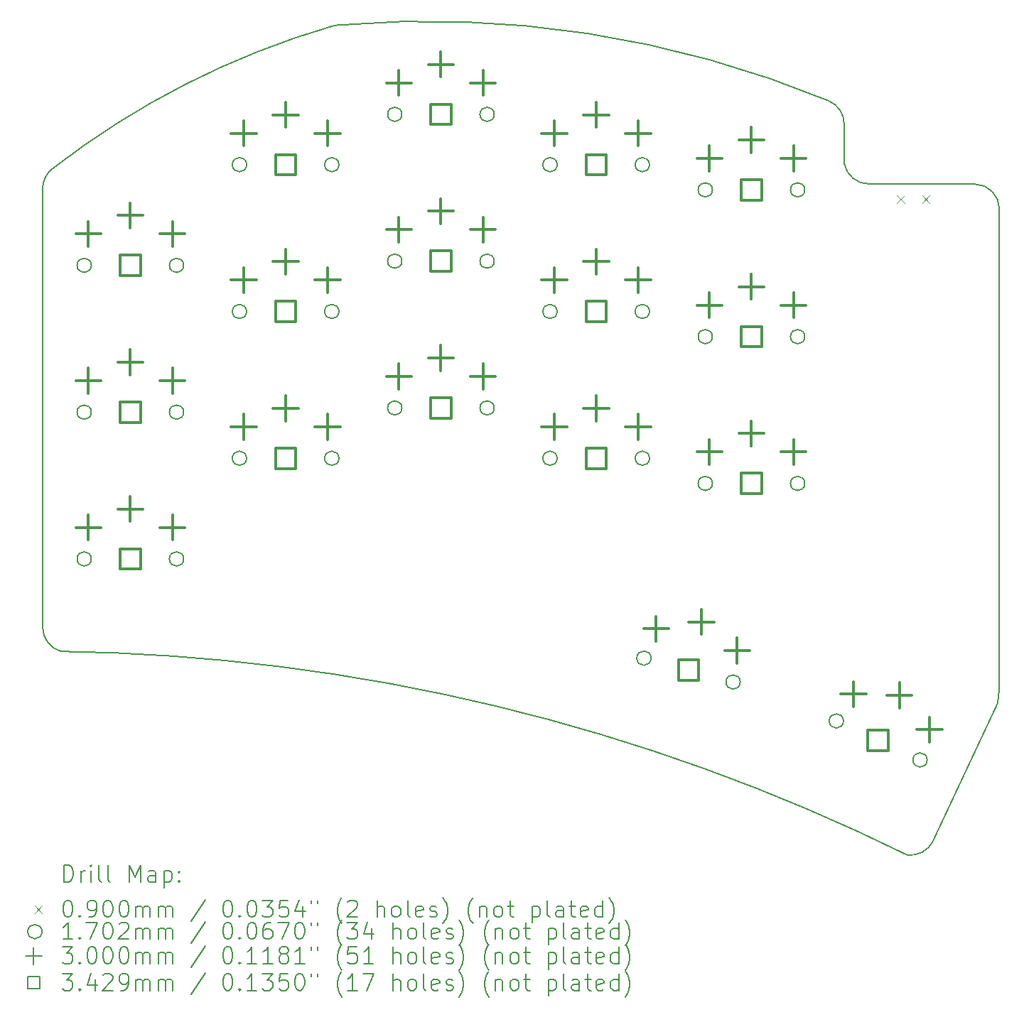
<source format=gbr>
%TF.GenerationSoftware,KiCad,Pcbnew,7.0.10*%
%TF.CreationDate,2024-01-15T23:59:05+02:00*%
%TF.ProjectId,snak_final,736e616b-5f66-4696-9e61-6c2e6b696361,0.1*%
%TF.SameCoordinates,Original*%
%TF.FileFunction,Drillmap*%
%TF.FilePolarity,Positive*%
%FSLAX45Y45*%
G04 Gerber Fmt 4.5, Leading zero omitted, Abs format (unit mm)*
G04 Created by KiCad (PCBNEW 7.0.10) date 2024-01-15 23:59:05*
%MOMM*%
%LPD*%
G01*
G04 APERTURE LIST*
%ADD10C,0.150000*%
%ADD11C,0.200000*%
%ADD12C,0.100000*%
%ADD13C,0.170180*%
%ADD14C,0.300000*%
%ADD15C,0.342900*%
G04 APERTURE END LIST*
D10*
X8955000Y-10813657D02*
X8955000Y-5585343D01*
X18800000Y-5530000D02*
X20055000Y-5530000D01*
X20355000Y-5830000D02*
X20355000Y-11555000D01*
X20355000Y-11555000D02*
X20332926Y-11714821D01*
X20332926Y-11714821D02*
X19566834Y-13357710D01*
X8955000Y-10813657D02*
G75*
G03*
X9172953Y-11102219I300000J0D01*
G01*
X18505000Y-5284544D02*
G75*
G03*
X18800000Y-5530000I295000J54544D01*
G01*
X20355000Y-5830000D02*
G75*
G03*
X20055000Y-5530000I-300000J0D01*
G01*
X19252830Y-13527954D02*
G75*
G03*
X19566834Y-13357710I42111J297030D01*
G01*
X18505000Y-5284544D02*
X18505000Y-4815509D01*
X12409448Y-3647250D02*
G75*
G03*
X9071134Y-5348291I2790552J-9602750D01*
G01*
X18319617Y-4538267D02*
G75*
G03*
X12467326Y-3636447I-4775717J-11551733D01*
G01*
X19252830Y-13527954D02*
G75*
G03*
X9172953Y-11102219I-10402830J-21072046D01*
G01*
X9071134Y-5348291D02*
G75*
G03*
X8955000Y-5585343I183866J-237051D01*
G01*
X12467326Y-3636447D02*
G75*
G03*
X12409448Y-3647250I25838J-298885D01*
G01*
X18505000Y-4815509D02*
G75*
G03*
X18319617Y-4538267I-300000J0D01*
G01*
D11*
D12*
X19135000Y-5667500D02*
X19225000Y-5757500D01*
X19225000Y-5667500D02*
X19135000Y-5757500D01*
X19435000Y-5667500D02*
X19525000Y-5757500D01*
X19525000Y-5667500D02*
X19435000Y-5757500D01*
D13*
X9535090Y-6500000D02*
G75*
G03*
X9364910Y-6500000I-85090J0D01*
G01*
X9364910Y-6500000D02*
G75*
G03*
X9535090Y-6500000I85090J0D01*
G01*
X9535090Y-8250000D02*
G75*
G03*
X9364910Y-8250000I-85090J0D01*
G01*
X9364910Y-8250000D02*
G75*
G03*
X9535090Y-8250000I85090J0D01*
G01*
X9535090Y-10000000D02*
G75*
G03*
X9364910Y-10000000I-85090J0D01*
G01*
X9364910Y-10000000D02*
G75*
G03*
X9535090Y-10000000I85090J0D01*
G01*
X10635090Y-6500000D02*
G75*
G03*
X10464910Y-6500000I-85090J0D01*
G01*
X10464910Y-6500000D02*
G75*
G03*
X10635090Y-6500000I85090J0D01*
G01*
X10635090Y-8250000D02*
G75*
G03*
X10464910Y-8250000I-85090J0D01*
G01*
X10464910Y-8250000D02*
G75*
G03*
X10635090Y-8250000I85090J0D01*
G01*
X10635090Y-10000000D02*
G75*
G03*
X10464910Y-10000000I-85090J0D01*
G01*
X10464910Y-10000000D02*
G75*
G03*
X10635090Y-10000000I85090J0D01*
G01*
X11385090Y-5300000D02*
G75*
G03*
X11214910Y-5300000I-85090J0D01*
G01*
X11214910Y-5300000D02*
G75*
G03*
X11385090Y-5300000I85090J0D01*
G01*
X11385090Y-7050000D02*
G75*
G03*
X11214910Y-7050000I-85090J0D01*
G01*
X11214910Y-7050000D02*
G75*
G03*
X11385090Y-7050000I85090J0D01*
G01*
X11385090Y-8800000D02*
G75*
G03*
X11214910Y-8800000I-85090J0D01*
G01*
X11214910Y-8800000D02*
G75*
G03*
X11385090Y-8800000I85090J0D01*
G01*
X12485090Y-5300000D02*
G75*
G03*
X12314910Y-5300000I-85090J0D01*
G01*
X12314910Y-5300000D02*
G75*
G03*
X12485090Y-5300000I85090J0D01*
G01*
X12485090Y-7050000D02*
G75*
G03*
X12314910Y-7050000I-85090J0D01*
G01*
X12314910Y-7050000D02*
G75*
G03*
X12485090Y-7050000I85090J0D01*
G01*
X12485090Y-8800000D02*
G75*
G03*
X12314910Y-8800000I-85090J0D01*
G01*
X12314910Y-8800000D02*
G75*
G03*
X12485090Y-8800000I85090J0D01*
G01*
X13235090Y-4700000D02*
G75*
G03*
X13064910Y-4700000I-85090J0D01*
G01*
X13064910Y-4700000D02*
G75*
G03*
X13235090Y-4700000I85090J0D01*
G01*
X13235090Y-6450000D02*
G75*
G03*
X13064910Y-6450000I-85090J0D01*
G01*
X13064910Y-6450000D02*
G75*
G03*
X13235090Y-6450000I85090J0D01*
G01*
X13235090Y-8200000D02*
G75*
G03*
X13064910Y-8200000I-85090J0D01*
G01*
X13064910Y-8200000D02*
G75*
G03*
X13235090Y-8200000I85090J0D01*
G01*
X14335090Y-4700000D02*
G75*
G03*
X14164910Y-4700000I-85090J0D01*
G01*
X14164910Y-4700000D02*
G75*
G03*
X14335090Y-4700000I85090J0D01*
G01*
X14335090Y-6450000D02*
G75*
G03*
X14164910Y-6450000I-85090J0D01*
G01*
X14164910Y-6450000D02*
G75*
G03*
X14335090Y-6450000I85090J0D01*
G01*
X14335090Y-8200000D02*
G75*
G03*
X14164910Y-8200000I-85090J0D01*
G01*
X14164910Y-8200000D02*
G75*
G03*
X14335090Y-8200000I85090J0D01*
G01*
X15085090Y-5300000D02*
G75*
G03*
X14914910Y-5300000I-85090J0D01*
G01*
X14914910Y-5300000D02*
G75*
G03*
X15085090Y-5300000I85090J0D01*
G01*
X15085090Y-7050000D02*
G75*
G03*
X14914910Y-7050000I-85090J0D01*
G01*
X14914910Y-7050000D02*
G75*
G03*
X15085090Y-7050000I85090J0D01*
G01*
X15085090Y-8800000D02*
G75*
G03*
X14914910Y-8800000I-85090J0D01*
G01*
X14914910Y-8800000D02*
G75*
G03*
X15085090Y-8800000I85090J0D01*
G01*
X16185090Y-5300000D02*
G75*
G03*
X16014910Y-5300000I-85090J0D01*
G01*
X16014910Y-5300000D02*
G75*
G03*
X16185090Y-5300000I85090J0D01*
G01*
X16185090Y-7050000D02*
G75*
G03*
X16014910Y-7050000I-85090J0D01*
G01*
X16014910Y-7050000D02*
G75*
G03*
X16185090Y-7050000I85090J0D01*
G01*
X16185090Y-8800000D02*
G75*
G03*
X16014910Y-8800000I-85090J0D01*
G01*
X16014910Y-8800000D02*
G75*
G03*
X16185090Y-8800000I85090J0D01*
G01*
X16203831Y-11182650D02*
G75*
G03*
X16033651Y-11182650I-85090J0D01*
G01*
X16033651Y-11182650D02*
G75*
G03*
X16203831Y-11182650I85090J0D01*
G01*
X16935090Y-5600000D02*
G75*
G03*
X16764910Y-5600000I-85090J0D01*
G01*
X16764910Y-5600000D02*
G75*
G03*
X16935090Y-5600000I85090J0D01*
G01*
X16935090Y-7350000D02*
G75*
G03*
X16764910Y-7350000I-85090J0D01*
G01*
X16764910Y-7350000D02*
G75*
G03*
X16935090Y-7350000I85090J0D01*
G01*
X16935090Y-9100000D02*
G75*
G03*
X16764910Y-9100000I-85090J0D01*
G01*
X16764910Y-9100000D02*
G75*
G03*
X16935090Y-9100000I85090J0D01*
G01*
X17266349Y-11467350D02*
G75*
G03*
X17096169Y-11467350I-85090J0D01*
G01*
X17096169Y-11467350D02*
G75*
G03*
X17266349Y-11467350I85090J0D01*
G01*
X18035090Y-5600000D02*
G75*
G03*
X17864910Y-5600000I-85090J0D01*
G01*
X17864910Y-5600000D02*
G75*
G03*
X18035090Y-5600000I85090J0D01*
G01*
X18035090Y-7350000D02*
G75*
G03*
X17864910Y-7350000I-85090J0D01*
G01*
X17864910Y-7350000D02*
G75*
G03*
X18035090Y-7350000I85090J0D01*
G01*
X18035090Y-9100000D02*
G75*
G03*
X17864910Y-9100000I-85090J0D01*
G01*
X17864910Y-9100000D02*
G75*
G03*
X18035090Y-9100000I85090J0D01*
G01*
X18496608Y-11931059D02*
G75*
G03*
X18326428Y-11931059I-85090J0D01*
G01*
X18326428Y-11931059D02*
G75*
G03*
X18496608Y-11931059I85090J0D01*
G01*
X19493547Y-12395939D02*
G75*
G03*
X19323367Y-12395939I-85090J0D01*
G01*
X19323367Y-12395939D02*
G75*
G03*
X19493547Y-12395939I85090J0D01*
G01*
D14*
X9500000Y-5975000D02*
X9500000Y-6275000D01*
X9350000Y-6125000D02*
X9650000Y-6125000D01*
X9500000Y-7725000D02*
X9500000Y-8025000D01*
X9350000Y-7875000D02*
X9650000Y-7875000D01*
X9500000Y-9475000D02*
X9500000Y-9775000D01*
X9350000Y-9625000D02*
X9650000Y-9625000D01*
X10000000Y-5755000D02*
X10000000Y-6055000D01*
X9850000Y-5905000D02*
X10150000Y-5905000D01*
X10000000Y-7505000D02*
X10000000Y-7805000D01*
X9850000Y-7655000D02*
X10150000Y-7655000D01*
X10000000Y-9255000D02*
X10000000Y-9555000D01*
X9850000Y-9405000D02*
X10150000Y-9405000D01*
X10500000Y-5975000D02*
X10500000Y-6275000D01*
X10350000Y-6125000D02*
X10650000Y-6125000D01*
X10500000Y-7725000D02*
X10500000Y-8025000D01*
X10350000Y-7875000D02*
X10650000Y-7875000D01*
X10500000Y-9475000D02*
X10500000Y-9775000D01*
X10350000Y-9625000D02*
X10650000Y-9625000D01*
X11350000Y-4775000D02*
X11350000Y-5075000D01*
X11200000Y-4925000D02*
X11500000Y-4925000D01*
X11350000Y-6525000D02*
X11350000Y-6825000D01*
X11200000Y-6675000D02*
X11500000Y-6675000D01*
X11350000Y-8275000D02*
X11350000Y-8575000D01*
X11200000Y-8425000D02*
X11500000Y-8425000D01*
X11850000Y-4555000D02*
X11850000Y-4855000D01*
X11700000Y-4705000D02*
X12000000Y-4705000D01*
X11850000Y-6305000D02*
X11850000Y-6605000D01*
X11700000Y-6455000D02*
X12000000Y-6455000D01*
X11850000Y-8055000D02*
X11850000Y-8355000D01*
X11700000Y-8205000D02*
X12000000Y-8205000D01*
X12350000Y-4775000D02*
X12350000Y-5075000D01*
X12200000Y-4925000D02*
X12500000Y-4925000D01*
X12350000Y-6525000D02*
X12350000Y-6825000D01*
X12200000Y-6675000D02*
X12500000Y-6675000D01*
X12350000Y-8275000D02*
X12350000Y-8575000D01*
X12200000Y-8425000D02*
X12500000Y-8425000D01*
X13200000Y-4175000D02*
X13200000Y-4475000D01*
X13050000Y-4325000D02*
X13350000Y-4325000D01*
X13200000Y-5925000D02*
X13200000Y-6225000D01*
X13050000Y-6075000D02*
X13350000Y-6075000D01*
X13200000Y-7675000D02*
X13200000Y-7975000D01*
X13050000Y-7825000D02*
X13350000Y-7825000D01*
X13700000Y-3955000D02*
X13700000Y-4255000D01*
X13550000Y-4105000D02*
X13850000Y-4105000D01*
X13700000Y-5705000D02*
X13700000Y-6005000D01*
X13550000Y-5855000D02*
X13850000Y-5855000D01*
X13700000Y-7455000D02*
X13700000Y-7755000D01*
X13550000Y-7605000D02*
X13850000Y-7605000D01*
X14200000Y-4175000D02*
X14200000Y-4475000D01*
X14050000Y-4325000D02*
X14350000Y-4325000D01*
X14200000Y-5925000D02*
X14200000Y-6225000D01*
X14050000Y-6075000D02*
X14350000Y-6075000D01*
X14200000Y-7675000D02*
X14200000Y-7975000D01*
X14050000Y-7825000D02*
X14350000Y-7825000D01*
X15050000Y-4775000D02*
X15050000Y-5075000D01*
X14900000Y-4925000D02*
X15200000Y-4925000D01*
X15050000Y-6525000D02*
X15050000Y-6825000D01*
X14900000Y-6675000D02*
X15200000Y-6675000D01*
X15050000Y-8275000D02*
X15050000Y-8575000D01*
X14900000Y-8425000D02*
X15200000Y-8425000D01*
X15550000Y-4555000D02*
X15550000Y-4855000D01*
X15400000Y-4705000D02*
X15700000Y-4705000D01*
X15550000Y-6305000D02*
X15550000Y-6605000D01*
X15400000Y-6455000D02*
X15700000Y-6455000D01*
X15550000Y-8055000D02*
X15550000Y-8355000D01*
X15400000Y-8205000D02*
X15700000Y-8205000D01*
X16050000Y-4775000D02*
X16050000Y-5075000D01*
X15900000Y-4925000D02*
X16200000Y-4925000D01*
X16050000Y-6525000D02*
X16050000Y-6825000D01*
X15900000Y-6675000D02*
X16200000Y-6675000D01*
X16050000Y-8275000D02*
X16050000Y-8575000D01*
X15900000Y-8425000D02*
X16200000Y-8425000D01*
X16264094Y-10683368D02*
X16264094Y-10983368D01*
X16114094Y-10833368D02*
X16414094Y-10833368D01*
X16803997Y-10600274D02*
X16803997Y-10900274D01*
X16653997Y-10750274D02*
X16953997Y-10750274D01*
X16900000Y-5075000D02*
X16900000Y-5375000D01*
X16750000Y-5225000D02*
X17050000Y-5225000D01*
X16900000Y-6825000D02*
X16900000Y-7125000D01*
X16750000Y-6975000D02*
X17050000Y-6975000D01*
X16900000Y-8575000D02*
X16900000Y-8875000D01*
X16750000Y-8725000D02*
X17050000Y-8725000D01*
X17230020Y-10942187D02*
X17230020Y-11242187D01*
X17080020Y-11092187D02*
X17380020Y-11092187D01*
X17400000Y-4855000D02*
X17400000Y-5155000D01*
X17250000Y-5005000D02*
X17550000Y-5005000D01*
X17400000Y-6605000D02*
X17400000Y-6905000D01*
X17250000Y-6755000D02*
X17550000Y-6755000D01*
X17400000Y-8355000D02*
X17400000Y-8655000D01*
X17250000Y-8505000D02*
X17550000Y-8505000D01*
X17900000Y-5075000D02*
X17900000Y-5375000D01*
X17750000Y-5225000D02*
X18050000Y-5225000D01*
X17900000Y-6825000D02*
X17900000Y-7125000D01*
X17750000Y-6975000D02*
X18050000Y-6975000D01*
X17900000Y-8575000D02*
X17900000Y-8875000D01*
X17750000Y-8725000D02*
X18050000Y-8725000D01*
X18615316Y-11462324D02*
X18615316Y-11762324D01*
X18465316Y-11612324D02*
X18765316Y-11612324D01*
X19161446Y-11474246D02*
X19161446Y-11774246D01*
X19011446Y-11624246D02*
X19311446Y-11624246D01*
X19521623Y-11884943D02*
X19521623Y-12184943D01*
X19371623Y-12034943D02*
X19671623Y-12034943D01*
D15*
X10121235Y-6621235D02*
X10121235Y-6378765D01*
X9878765Y-6378765D01*
X9878765Y-6621235D01*
X10121235Y-6621235D01*
X10121235Y-8371235D02*
X10121235Y-8128765D01*
X9878765Y-8128765D01*
X9878765Y-8371235D01*
X10121235Y-8371235D01*
X10121235Y-10121235D02*
X10121235Y-9878765D01*
X9878765Y-9878765D01*
X9878765Y-10121235D01*
X10121235Y-10121235D01*
X11971235Y-5421235D02*
X11971235Y-5178765D01*
X11728765Y-5178765D01*
X11728765Y-5421235D01*
X11971235Y-5421235D01*
X11971235Y-7171235D02*
X11971235Y-6928765D01*
X11728765Y-6928765D01*
X11728765Y-7171235D01*
X11971235Y-7171235D01*
X11971235Y-8921235D02*
X11971235Y-8678765D01*
X11728765Y-8678765D01*
X11728765Y-8921235D01*
X11971235Y-8921235D01*
X13821235Y-4821235D02*
X13821235Y-4578765D01*
X13578765Y-4578765D01*
X13578765Y-4821235D01*
X13821235Y-4821235D01*
X13821235Y-6571235D02*
X13821235Y-6328765D01*
X13578765Y-6328765D01*
X13578765Y-6571235D01*
X13821235Y-6571235D01*
X13821235Y-8321235D02*
X13821235Y-8078765D01*
X13578765Y-8078765D01*
X13578765Y-8321235D01*
X13821235Y-8321235D01*
X15671235Y-5421235D02*
X15671235Y-5178765D01*
X15428765Y-5178765D01*
X15428765Y-5421235D01*
X15671235Y-5421235D01*
X15671235Y-7171235D02*
X15671235Y-6928765D01*
X15428765Y-6928765D01*
X15428765Y-7171235D01*
X15671235Y-7171235D01*
X15671235Y-8921235D02*
X15671235Y-8678765D01*
X15428765Y-8678765D01*
X15428765Y-8921235D01*
X15671235Y-8921235D01*
X16771235Y-11446235D02*
X16771235Y-11203765D01*
X16528765Y-11203765D01*
X16528765Y-11446235D01*
X16771235Y-11446235D01*
X17521235Y-5721235D02*
X17521235Y-5478765D01*
X17278765Y-5478765D01*
X17278765Y-5721235D01*
X17521235Y-5721235D01*
X17521235Y-7471235D02*
X17521235Y-7228765D01*
X17278765Y-7228765D01*
X17278765Y-7471235D01*
X17521235Y-7471235D01*
X17521235Y-9221235D02*
X17521235Y-8978765D01*
X17278765Y-8978765D01*
X17278765Y-9221235D01*
X17521235Y-9221235D01*
X19031222Y-12284734D02*
X19031222Y-12042264D01*
X18788753Y-12042264D01*
X18788753Y-12284734D01*
X19031222Y-12284734D01*
D11*
X9208277Y-13849908D02*
X9208277Y-13649908D01*
X9208277Y-13649908D02*
X9255896Y-13649908D01*
X9255896Y-13649908D02*
X9284467Y-13659432D01*
X9284467Y-13659432D02*
X9303515Y-13678479D01*
X9303515Y-13678479D02*
X9313039Y-13697527D01*
X9313039Y-13697527D02*
X9322563Y-13735622D01*
X9322563Y-13735622D02*
X9322563Y-13764194D01*
X9322563Y-13764194D02*
X9313039Y-13802289D01*
X9313039Y-13802289D02*
X9303515Y-13821336D01*
X9303515Y-13821336D02*
X9284467Y-13840384D01*
X9284467Y-13840384D02*
X9255896Y-13849908D01*
X9255896Y-13849908D02*
X9208277Y-13849908D01*
X9408277Y-13849908D02*
X9408277Y-13716575D01*
X9408277Y-13754670D02*
X9417801Y-13735622D01*
X9417801Y-13735622D02*
X9427324Y-13726098D01*
X9427324Y-13726098D02*
X9446372Y-13716575D01*
X9446372Y-13716575D02*
X9465420Y-13716575D01*
X9532086Y-13849908D02*
X9532086Y-13716575D01*
X9532086Y-13649908D02*
X9522563Y-13659432D01*
X9522563Y-13659432D02*
X9532086Y-13668956D01*
X9532086Y-13668956D02*
X9541610Y-13659432D01*
X9541610Y-13659432D02*
X9532086Y-13649908D01*
X9532086Y-13649908D02*
X9532086Y-13668956D01*
X9655896Y-13849908D02*
X9636848Y-13840384D01*
X9636848Y-13840384D02*
X9627324Y-13821336D01*
X9627324Y-13821336D02*
X9627324Y-13649908D01*
X9760658Y-13849908D02*
X9741610Y-13840384D01*
X9741610Y-13840384D02*
X9732086Y-13821336D01*
X9732086Y-13821336D02*
X9732086Y-13649908D01*
X9989229Y-13849908D02*
X9989229Y-13649908D01*
X9989229Y-13649908D02*
X10055896Y-13792765D01*
X10055896Y-13792765D02*
X10122563Y-13649908D01*
X10122563Y-13649908D02*
X10122563Y-13849908D01*
X10303515Y-13849908D02*
X10303515Y-13745146D01*
X10303515Y-13745146D02*
X10293991Y-13726098D01*
X10293991Y-13726098D02*
X10274944Y-13716575D01*
X10274944Y-13716575D02*
X10236848Y-13716575D01*
X10236848Y-13716575D02*
X10217801Y-13726098D01*
X10303515Y-13840384D02*
X10284467Y-13849908D01*
X10284467Y-13849908D02*
X10236848Y-13849908D01*
X10236848Y-13849908D02*
X10217801Y-13840384D01*
X10217801Y-13840384D02*
X10208277Y-13821336D01*
X10208277Y-13821336D02*
X10208277Y-13802289D01*
X10208277Y-13802289D02*
X10217801Y-13783241D01*
X10217801Y-13783241D02*
X10236848Y-13773717D01*
X10236848Y-13773717D02*
X10284467Y-13773717D01*
X10284467Y-13773717D02*
X10303515Y-13764194D01*
X10398753Y-13716575D02*
X10398753Y-13916575D01*
X10398753Y-13726098D02*
X10417801Y-13716575D01*
X10417801Y-13716575D02*
X10455896Y-13716575D01*
X10455896Y-13716575D02*
X10474944Y-13726098D01*
X10474944Y-13726098D02*
X10484467Y-13735622D01*
X10484467Y-13735622D02*
X10493991Y-13754670D01*
X10493991Y-13754670D02*
X10493991Y-13811813D01*
X10493991Y-13811813D02*
X10484467Y-13830860D01*
X10484467Y-13830860D02*
X10474944Y-13840384D01*
X10474944Y-13840384D02*
X10455896Y-13849908D01*
X10455896Y-13849908D02*
X10417801Y-13849908D01*
X10417801Y-13849908D02*
X10398753Y-13840384D01*
X10579705Y-13830860D02*
X10589229Y-13840384D01*
X10589229Y-13840384D02*
X10579705Y-13849908D01*
X10579705Y-13849908D02*
X10570182Y-13840384D01*
X10570182Y-13840384D02*
X10579705Y-13830860D01*
X10579705Y-13830860D02*
X10579705Y-13849908D01*
X10579705Y-13726098D02*
X10589229Y-13735622D01*
X10589229Y-13735622D02*
X10579705Y-13745146D01*
X10579705Y-13745146D02*
X10570182Y-13735622D01*
X10570182Y-13735622D02*
X10579705Y-13726098D01*
X10579705Y-13726098D02*
X10579705Y-13745146D01*
D12*
X8857500Y-14133424D02*
X8947500Y-14223424D01*
X8947500Y-14133424D02*
X8857500Y-14223424D01*
D11*
X9246372Y-14069908D02*
X9265420Y-14069908D01*
X9265420Y-14069908D02*
X9284467Y-14079432D01*
X9284467Y-14079432D02*
X9293991Y-14088956D01*
X9293991Y-14088956D02*
X9303515Y-14108003D01*
X9303515Y-14108003D02*
X9313039Y-14146098D01*
X9313039Y-14146098D02*
X9313039Y-14193717D01*
X9313039Y-14193717D02*
X9303515Y-14231813D01*
X9303515Y-14231813D02*
X9293991Y-14250860D01*
X9293991Y-14250860D02*
X9284467Y-14260384D01*
X9284467Y-14260384D02*
X9265420Y-14269908D01*
X9265420Y-14269908D02*
X9246372Y-14269908D01*
X9246372Y-14269908D02*
X9227324Y-14260384D01*
X9227324Y-14260384D02*
X9217801Y-14250860D01*
X9217801Y-14250860D02*
X9208277Y-14231813D01*
X9208277Y-14231813D02*
X9198753Y-14193717D01*
X9198753Y-14193717D02*
X9198753Y-14146098D01*
X9198753Y-14146098D02*
X9208277Y-14108003D01*
X9208277Y-14108003D02*
X9217801Y-14088956D01*
X9217801Y-14088956D02*
X9227324Y-14079432D01*
X9227324Y-14079432D02*
X9246372Y-14069908D01*
X9398753Y-14250860D02*
X9408277Y-14260384D01*
X9408277Y-14260384D02*
X9398753Y-14269908D01*
X9398753Y-14269908D02*
X9389229Y-14260384D01*
X9389229Y-14260384D02*
X9398753Y-14250860D01*
X9398753Y-14250860D02*
X9398753Y-14269908D01*
X9503515Y-14269908D02*
X9541610Y-14269908D01*
X9541610Y-14269908D02*
X9560658Y-14260384D01*
X9560658Y-14260384D02*
X9570182Y-14250860D01*
X9570182Y-14250860D02*
X9589229Y-14222289D01*
X9589229Y-14222289D02*
X9598753Y-14184194D01*
X9598753Y-14184194D02*
X9598753Y-14108003D01*
X9598753Y-14108003D02*
X9589229Y-14088956D01*
X9589229Y-14088956D02*
X9579705Y-14079432D01*
X9579705Y-14079432D02*
X9560658Y-14069908D01*
X9560658Y-14069908D02*
X9522563Y-14069908D01*
X9522563Y-14069908D02*
X9503515Y-14079432D01*
X9503515Y-14079432D02*
X9493991Y-14088956D01*
X9493991Y-14088956D02*
X9484467Y-14108003D01*
X9484467Y-14108003D02*
X9484467Y-14155622D01*
X9484467Y-14155622D02*
X9493991Y-14174670D01*
X9493991Y-14174670D02*
X9503515Y-14184194D01*
X9503515Y-14184194D02*
X9522563Y-14193717D01*
X9522563Y-14193717D02*
X9560658Y-14193717D01*
X9560658Y-14193717D02*
X9579705Y-14184194D01*
X9579705Y-14184194D02*
X9589229Y-14174670D01*
X9589229Y-14174670D02*
X9598753Y-14155622D01*
X9722563Y-14069908D02*
X9741610Y-14069908D01*
X9741610Y-14069908D02*
X9760658Y-14079432D01*
X9760658Y-14079432D02*
X9770182Y-14088956D01*
X9770182Y-14088956D02*
X9779705Y-14108003D01*
X9779705Y-14108003D02*
X9789229Y-14146098D01*
X9789229Y-14146098D02*
X9789229Y-14193717D01*
X9789229Y-14193717D02*
X9779705Y-14231813D01*
X9779705Y-14231813D02*
X9770182Y-14250860D01*
X9770182Y-14250860D02*
X9760658Y-14260384D01*
X9760658Y-14260384D02*
X9741610Y-14269908D01*
X9741610Y-14269908D02*
X9722563Y-14269908D01*
X9722563Y-14269908D02*
X9703515Y-14260384D01*
X9703515Y-14260384D02*
X9693991Y-14250860D01*
X9693991Y-14250860D02*
X9684467Y-14231813D01*
X9684467Y-14231813D02*
X9674944Y-14193717D01*
X9674944Y-14193717D02*
X9674944Y-14146098D01*
X9674944Y-14146098D02*
X9684467Y-14108003D01*
X9684467Y-14108003D02*
X9693991Y-14088956D01*
X9693991Y-14088956D02*
X9703515Y-14079432D01*
X9703515Y-14079432D02*
X9722563Y-14069908D01*
X9913039Y-14069908D02*
X9932086Y-14069908D01*
X9932086Y-14069908D02*
X9951134Y-14079432D01*
X9951134Y-14079432D02*
X9960658Y-14088956D01*
X9960658Y-14088956D02*
X9970182Y-14108003D01*
X9970182Y-14108003D02*
X9979705Y-14146098D01*
X9979705Y-14146098D02*
X9979705Y-14193717D01*
X9979705Y-14193717D02*
X9970182Y-14231813D01*
X9970182Y-14231813D02*
X9960658Y-14250860D01*
X9960658Y-14250860D02*
X9951134Y-14260384D01*
X9951134Y-14260384D02*
X9932086Y-14269908D01*
X9932086Y-14269908D02*
X9913039Y-14269908D01*
X9913039Y-14269908D02*
X9893991Y-14260384D01*
X9893991Y-14260384D02*
X9884467Y-14250860D01*
X9884467Y-14250860D02*
X9874944Y-14231813D01*
X9874944Y-14231813D02*
X9865420Y-14193717D01*
X9865420Y-14193717D02*
X9865420Y-14146098D01*
X9865420Y-14146098D02*
X9874944Y-14108003D01*
X9874944Y-14108003D02*
X9884467Y-14088956D01*
X9884467Y-14088956D02*
X9893991Y-14079432D01*
X9893991Y-14079432D02*
X9913039Y-14069908D01*
X10065420Y-14269908D02*
X10065420Y-14136575D01*
X10065420Y-14155622D02*
X10074944Y-14146098D01*
X10074944Y-14146098D02*
X10093991Y-14136575D01*
X10093991Y-14136575D02*
X10122563Y-14136575D01*
X10122563Y-14136575D02*
X10141610Y-14146098D01*
X10141610Y-14146098D02*
X10151134Y-14165146D01*
X10151134Y-14165146D02*
X10151134Y-14269908D01*
X10151134Y-14165146D02*
X10160658Y-14146098D01*
X10160658Y-14146098D02*
X10179705Y-14136575D01*
X10179705Y-14136575D02*
X10208277Y-14136575D01*
X10208277Y-14136575D02*
X10227325Y-14146098D01*
X10227325Y-14146098D02*
X10236848Y-14165146D01*
X10236848Y-14165146D02*
X10236848Y-14269908D01*
X10332086Y-14269908D02*
X10332086Y-14136575D01*
X10332086Y-14155622D02*
X10341610Y-14146098D01*
X10341610Y-14146098D02*
X10360658Y-14136575D01*
X10360658Y-14136575D02*
X10389229Y-14136575D01*
X10389229Y-14136575D02*
X10408277Y-14146098D01*
X10408277Y-14146098D02*
X10417801Y-14165146D01*
X10417801Y-14165146D02*
X10417801Y-14269908D01*
X10417801Y-14165146D02*
X10427325Y-14146098D01*
X10427325Y-14146098D02*
X10446372Y-14136575D01*
X10446372Y-14136575D02*
X10474944Y-14136575D01*
X10474944Y-14136575D02*
X10493991Y-14146098D01*
X10493991Y-14146098D02*
X10503515Y-14165146D01*
X10503515Y-14165146D02*
X10503515Y-14269908D01*
X10893991Y-14060384D02*
X10722563Y-14317527D01*
X11151134Y-14069908D02*
X11170182Y-14069908D01*
X11170182Y-14069908D02*
X11189229Y-14079432D01*
X11189229Y-14079432D02*
X11198753Y-14088956D01*
X11198753Y-14088956D02*
X11208277Y-14108003D01*
X11208277Y-14108003D02*
X11217801Y-14146098D01*
X11217801Y-14146098D02*
X11217801Y-14193717D01*
X11217801Y-14193717D02*
X11208277Y-14231813D01*
X11208277Y-14231813D02*
X11198753Y-14250860D01*
X11198753Y-14250860D02*
X11189229Y-14260384D01*
X11189229Y-14260384D02*
X11170182Y-14269908D01*
X11170182Y-14269908D02*
X11151134Y-14269908D01*
X11151134Y-14269908D02*
X11132087Y-14260384D01*
X11132087Y-14260384D02*
X11122563Y-14250860D01*
X11122563Y-14250860D02*
X11113039Y-14231813D01*
X11113039Y-14231813D02*
X11103515Y-14193717D01*
X11103515Y-14193717D02*
X11103515Y-14146098D01*
X11103515Y-14146098D02*
X11113039Y-14108003D01*
X11113039Y-14108003D02*
X11122563Y-14088956D01*
X11122563Y-14088956D02*
X11132087Y-14079432D01*
X11132087Y-14079432D02*
X11151134Y-14069908D01*
X11303515Y-14250860D02*
X11313039Y-14260384D01*
X11313039Y-14260384D02*
X11303515Y-14269908D01*
X11303515Y-14269908D02*
X11293991Y-14260384D01*
X11293991Y-14260384D02*
X11303515Y-14250860D01*
X11303515Y-14250860D02*
X11303515Y-14269908D01*
X11436848Y-14069908D02*
X11455896Y-14069908D01*
X11455896Y-14069908D02*
X11474944Y-14079432D01*
X11474944Y-14079432D02*
X11484467Y-14088956D01*
X11484467Y-14088956D02*
X11493991Y-14108003D01*
X11493991Y-14108003D02*
X11503515Y-14146098D01*
X11503515Y-14146098D02*
X11503515Y-14193717D01*
X11503515Y-14193717D02*
X11493991Y-14231813D01*
X11493991Y-14231813D02*
X11484467Y-14250860D01*
X11484467Y-14250860D02*
X11474944Y-14260384D01*
X11474944Y-14260384D02*
X11455896Y-14269908D01*
X11455896Y-14269908D02*
X11436848Y-14269908D01*
X11436848Y-14269908D02*
X11417801Y-14260384D01*
X11417801Y-14260384D02*
X11408277Y-14250860D01*
X11408277Y-14250860D02*
X11398753Y-14231813D01*
X11398753Y-14231813D02*
X11389229Y-14193717D01*
X11389229Y-14193717D02*
X11389229Y-14146098D01*
X11389229Y-14146098D02*
X11398753Y-14108003D01*
X11398753Y-14108003D02*
X11408277Y-14088956D01*
X11408277Y-14088956D02*
X11417801Y-14079432D01*
X11417801Y-14079432D02*
X11436848Y-14069908D01*
X11570182Y-14069908D02*
X11693991Y-14069908D01*
X11693991Y-14069908D02*
X11627325Y-14146098D01*
X11627325Y-14146098D02*
X11655896Y-14146098D01*
X11655896Y-14146098D02*
X11674944Y-14155622D01*
X11674944Y-14155622D02*
X11684467Y-14165146D01*
X11684467Y-14165146D02*
X11693991Y-14184194D01*
X11693991Y-14184194D02*
X11693991Y-14231813D01*
X11693991Y-14231813D02*
X11684467Y-14250860D01*
X11684467Y-14250860D02*
X11674944Y-14260384D01*
X11674944Y-14260384D02*
X11655896Y-14269908D01*
X11655896Y-14269908D02*
X11598753Y-14269908D01*
X11598753Y-14269908D02*
X11579706Y-14260384D01*
X11579706Y-14260384D02*
X11570182Y-14250860D01*
X11874944Y-14069908D02*
X11779706Y-14069908D01*
X11779706Y-14069908D02*
X11770182Y-14165146D01*
X11770182Y-14165146D02*
X11779706Y-14155622D01*
X11779706Y-14155622D02*
X11798753Y-14146098D01*
X11798753Y-14146098D02*
X11846372Y-14146098D01*
X11846372Y-14146098D02*
X11865420Y-14155622D01*
X11865420Y-14155622D02*
X11874944Y-14165146D01*
X11874944Y-14165146D02*
X11884467Y-14184194D01*
X11884467Y-14184194D02*
X11884467Y-14231813D01*
X11884467Y-14231813D02*
X11874944Y-14250860D01*
X11874944Y-14250860D02*
X11865420Y-14260384D01*
X11865420Y-14260384D02*
X11846372Y-14269908D01*
X11846372Y-14269908D02*
X11798753Y-14269908D01*
X11798753Y-14269908D02*
X11779706Y-14260384D01*
X11779706Y-14260384D02*
X11770182Y-14250860D01*
X12055896Y-14136575D02*
X12055896Y-14269908D01*
X12008277Y-14060384D02*
X11960658Y-14203241D01*
X11960658Y-14203241D02*
X12084467Y-14203241D01*
X12151134Y-14069908D02*
X12151134Y-14108003D01*
X12227325Y-14069908D02*
X12227325Y-14108003D01*
X12522563Y-14346098D02*
X12513039Y-14336575D01*
X12513039Y-14336575D02*
X12493991Y-14308003D01*
X12493991Y-14308003D02*
X12484468Y-14288956D01*
X12484468Y-14288956D02*
X12474944Y-14260384D01*
X12474944Y-14260384D02*
X12465420Y-14212765D01*
X12465420Y-14212765D02*
X12465420Y-14174670D01*
X12465420Y-14174670D02*
X12474944Y-14127051D01*
X12474944Y-14127051D02*
X12484468Y-14098479D01*
X12484468Y-14098479D02*
X12493991Y-14079432D01*
X12493991Y-14079432D02*
X12513039Y-14050860D01*
X12513039Y-14050860D02*
X12522563Y-14041336D01*
X12589229Y-14088956D02*
X12598753Y-14079432D01*
X12598753Y-14079432D02*
X12617801Y-14069908D01*
X12617801Y-14069908D02*
X12665420Y-14069908D01*
X12665420Y-14069908D02*
X12684468Y-14079432D01*
X12684468Y-14079432D02*
X12693991Y-14088956D01*
X12693991Y-14088956D02*
X12703515Y-14108003D01*
X12703515Y-14108003D02*
X12703515Y-14127051D01*
X12703515Y-14127051D02*
X12693991Y-14155622D01*
X12693991Y-14155622D02*
X12579706Y-14269908D01*
X12579706Y-14269908D02*
X12703515Y-14269908D01*
X12941610Y-14269908D02*
X12941610Y-14069908D01*
X13027325Y-14269908D02*
X13027325Y-14165146D01*
X13027325Y-14165146D02*
X13017801Y-14146098D01*
X13017801Y-14146098D02*
X12998753Y-14136575D01*
X12998753Y-14136575D02*
X12970182Y-14136575D01*
X12970182Y-14136575D02*
X12951134Y-14146098D01*
X12951134Y-14146098D02*
X12941610Y-14155622D01*
X13151134Y-14269908D02*
X13132087Y-14260384D01*
X13132087Y-14260384D02*
X13122563Y-14250860D01*
X13122563Y-14250860D02*
X13113039Y-14231813D01*
X13113039Y-14231813D02*
X13113039Y-14174670D01*
X13113039Y-14174670D02*
X13122563Y-14155622D01*
X13122563Y-14155622D02*
X13132087Y-14146098D01*
X13132087Y-14146098D02*
X13151134Y-14136575D01*
X13151134Y-14136575D02*
X13179706Y-14136575D01*
X13179706Y-14136575D02*
X13198753Y-14146098D01*
X13198753Y-14146098D02*
X13208277Y-14155622D01*
X13208277Y-14155622D02*
X13217801Y-14174670D01*
X13217801Y-14174670D02*
X13217801Y-14231813D01*
X13217801Y-14231813D02*
X13208277Y-14250860D01*
X13208277Y-14250860D02*
X13198753Y-14260384D01*
X13198753Y-14260384D02*
X13179706Y-14269908D01*
X13179706Y-14269908D02*
X13151134Y-14269908D01*
X13332087Y-14269908D02*
X13313039Y-14260384D01*
X13313039Y-14260384D02*
X13303515Y-14241336D01*
X13303515Y-14241336D02*
X13303515Y-14069908D01*
X13484468Y-14260384D02*
X13465420Y-14269908D01*
X13465420Y-14269908D02*
X13427325Y-14269908D01*
X13427325Y-14269908D02*
X13408277Y-14260384D01*
X13408277Y-14260384D02*
X13398753Y-14241336D01*
X13398753Y-14241336D02*
X13398753Y-14165146D01*
X13398753Y-14165146D02*
X13408277Y-14146098D01*
X13408277Y-14146098D02*
X13427325Y-14136575D01*
X13427325Y-14136575D02*
X13465420Y-14136575D01*
X13465420Y-14136575D02*
X13484468Y-14146098D01*
X13484468Y-14146098D02*
X13493991Y-14165146D01*
X13493991Y-14165146D02*
X13493991Y-14184194D01*
X13493991Y-14184194D02*
X13398753Y-14203241D01*
X13570182Y-14260384D02*
X13589230Y-14269908D01*
X13589230Y-14269908D02*
X13627325Y-14269908D01*
X13627325Y-14269908D02*
X13646372Y-14260384D01*
X13646372Y-14260384D02*
X13655896Y-14241336D01*
X13655896Y-14241336D02*
X13655896Y-14231813D01*
X13655896Y-14231813D02*
X13646372Y-14212765D01*
X13646372Y-14212765D02*
X13627325Y-14203241D01*
X13627325Y-14203241D02*
X13598753Y-14203241D01*
X13598753Y-14203241D02*
X13579706Y-14193717D01*
X13579706Y-14193717D02*
X13570182Y-14174670D01*
X13570182Y-14174670D02*
X13570182Y-14165146D01*
X13570182Y-14165146D02*
X13579706Y-14146098D01*
X13579706Y-14146098D02*
X13598753Y-14136575D01*
X13598753Y-14136575D02*
X13627325Y-14136575D01*
X13627325Y-14136575D02*
X13646372Y-14146098D01*
X13722563Y-14346098D02*
X13732087Y-14336575D01*
X13732087Y-14336575D02*
X13751134Y-14308003D01*
X13751134Y-14308003D02*
X13760658Y-14288956D01*
X13760658Y-14288956D02*
X13770182Y-14260384D01*
X13770182Y-14260384D02*
X13779706Y-14212765D01*
X13779706Y-14212765D02*
X13779706Y-14174670D01*
X13779706Y-14174670D02*
X13770182Y-14127051D01*
X13770182Y-14127051D02*
X13760658Y-14098479D01*
X13760658Y-14098479D02*
X13751134Y-14079432D01*
X13751134Y-14079432D02*
X13732087Y-14050860D01*
X13732087Y-14050860D02*
X13722563Y-14041336D01*
X14084468Y-14346098D02*
X14074944Y-14336575D01*
X14074944Y-14336575D02*
X14055896Y-14308003D01*
X14055896Y-14308003D02*
X14046372Y-14288956D01*
X14046372Y-14288956D02*
X14036849Y-14260384D01*
X14036849Y-14260384D02*
X14027325Y-14212765D01*
X14027325Y-14212765D02*
X14027325Y-14174670D01*
X14027325Y-14174670D02*
X14036849Y-14127051D01*
X14036849Y-14127051D02*
X14046372Y-14098479D01*
X14046372Y-14098479D02*
X14055896Y-14079432D01*
X14055896Y-14079432D02*
X14074944Y-14050860D01*
X14074944Y-14050860D02*
X14084468Y-14041336D01*
X14160658Y-14136575D02*
X14160658Y-14269908D01*
X14160658Y-14155622D02*
X14170182Y-14146098D01*
X14170182Y-14146098D02*
X14189230Y-14136575D01*
X14189230Y-14136575D02*
X14217801Y-14136575D01*
X14217801Y-14136575D02*
X14236849Y-14146098D01*
X14236849Y-14146098D02*
X14246372Y-14165146D01*
X14246372Y-14165146D02*
X14246372Y-14269908D01*
X14370182Y-14269908D02*
X14351134Y-14260384D01*
X14351134Y-14260384D02*
X14341611Y-14250860D01*
X14341611Y-14250860D02*
X14332087Y-14231813D01*
X14332087Y-14231813D02*
X14332087Y-14174670D01*
X14332087Y-14174670D02*
X14341611Y-14155622D01*
X14341611Y-14155622D02*
X14351134Y-14146098D01*
X14351134Y-14146098D02*
X14370182Y-14136575D01*
X14370182Y-14136575D02*
X14398753Y-14136575D01*
X14398753Y-14136575D02*
X14417801Y-14146098D01*
X14417801Y-14146098D02*
X14427325Y-14155622D01*
X14427325Y-14155622D02*
X14436849Y-14174670D01*
X14436849Y-14174670D02*
X14436849Y-14231813D01*
X14436849Y-14231813D02*
X14427325Y-14250860D01*
X14427325Y-14250860D02*
X14417801Y-14260384D01*
X14417801Y-14260384D02*
X14398753Y-14269908D01*
X14398753Y-14269908D02*
X14370182Y-14269908D01*
X14493992Y-14136575D02*
X14570182Y-14136575D01*
X14522563Y-14069908D02*
X14522563Y-14241336D01*
X14522563Y-14241336D02*
X14532087Y-14260384D01*
X14532087Y-14260384D02*
X14551134Y-14269908D01*
X14551134Y-14269908D02*
X14570182Y-14269908D01*
X14789230Y-14136575D02*
X14789230Y-14336575D01*
X14789230Y-14146098D02*
X14808277Y-14136575D01*
X14808277Y-14136575D02*
X14846373Y-14136575D01*
X14846373Y-14136575D02*
X14865420Y-14146098D01*
X14865420Y-14146098D02*
X14874944Y-14155622D01*
X14874944Y-14155622D02*
X14884468Y-14174670D01*
X14884468Y-14174670D02*
X14884468Y-14231813D01*
X14884468Y-14231813D02*
X14874944Y-14250860D01*
X14874944Y-14250860D02*
X14865420Y-14260384D01*
X14865420Y-14260384D02*
X14846373Y-14269908D01*
X14846373Y-14269908D02*
X14808277Y-14269908D01*
X14808277Y-14269908D02*
X14789230Y-14260384D01*
X14998753Y-14269908D02*
X14979706Y-14260384D01*
X14979706Y-14260384D02*
X14970182Y-14241336D01*
X14970182Y-14241336D02*
X14970182Y-14069908D01*
X15160658Y-14269908D02*
X15160658Y-14165146D01*
X15160658Y-14165146D02*
X15151134Y-14146098D01*
X15151134Y-14146098D02*
X15132087Y-14136575D01*
X15132087Y-14136575D02*
X15093992Y-14136575D01*
X15093992Y-14136575D02*
X15074944Y-14146098D01*
X15160658Y-14260384D02*
X15141611Y-14269908D01*
X15141611Y-14269908D02*
X15093992Y-14269908D01*
X15093992Y-14269908D02*
X15074944Y-14260384D01*
X15074944Y-14260384D02*
X15065420Y-14241336D01*
X15065420Y-14241336D02*
X15065420Y-14222289D01*
X15065420Y-14222289D02*
X15074944Y-14203241D01*
X15074944Y-14203241D02*
X15093992Y-14193717D01*
X15093992Y-14193717D02*
X15141611Y-14193717D01*
X15141611Y-14193717D02*
X15160658Y-14184194D01*
X15227325Y-14136575D02*
X15303515Y-14136575D01*
X15255896Y-14069908D02*
X15255896Y-14241336D01*
X15255896Y-14241336D02*
X15265420Y-14260384D01*
X15265420Y-14260384D02*
X15284468Y-14269908D01*
X15284468Y-14269908D02*
X15303515Y-14269908D01*
X15446373Y-14260384D02*
X15427325Y-14269908D01*
X15427325Y-14269908D02*
X15389230Y-14269908D01*
X15389230Y-14269908D02*
X15370182Y-14260384D01*
X15370182Y-14260384D02*
X15360658Y-14241336D01*
X15360658Y-14241336D02*
X15360658Y-14165146D01*
X15360658Y-14165146D02*
X15370182Y-14146098D01*
X15370182Y-14146098D02*
X15389230Y-14136575D01*
X15389230Y-14136575D02*
X15427325Y-14136575D01*
X15427325Y-14136575D02*
X15446373Y-14146098D01*
X15446373Y-14146098D02*
X15455896Y-14165146D01*
X15455896Y-14165146D02*
X15455896Y-14184194D01*
X15455896Y-14184194D02*
X15360658Y-14203241D01*
X15627325Y-14269908D02*
X15627325Y-14069908D01*
X15627325Y-14260384D02*
X15608277Y-14269908D01*
X15608277Y-14269908D02*
X15570182Y-14269908D01*
X15570182Y-14269908D02*
X15551134Y-14260384D01*
X15551134Y-14260384D02*
X15541611Y-14250860D01*
X15541611Y-14250860D02*
X15532087Y-14231813D01*
X15532087Y-14231813D02*
X15532087Y-14174670D01*
X15532087Y-14174670D02*
X15541611Y-14155622D01*
X15541611Y-14155622D02*
X15551134Y-14146098D01*
X15551134Y-14146098D02*
X15570182Y-14136575D01*
X15570182Y-14136575D02*
X15608277Y-14136575D01*
X15608277Y-14136575D02*
X15627325Y-14146098D01*
X15703515Y-14346098D02*
X15713039Y-14336575D01*
X15713039Y-14336575D02*
X15732087Y-14308003D01*
X15732087Y-14308003D02*
X15741611Y-14288956D01*
X15741611Y-14288956D02*
X15751134Y-14260384D01*
X15751134Y-14260384D02*
X15760658Y-14212765D01*
X15760658Y-14212765D02*
X15760658Y-14174670D01*
X15760658Y-14174670D02*
X15751134Y-14127051D01*
X15751134Y-14127051D02*
X15741611Y-14098479D01*
X15741611Y-14098479D02*
X15732087Y-14079432D01*
X15732087Y-14079432D02*
X15713039Y-14050860D01*
X15713039Y-14050860D02*
X15703515Y-14041336D01*
D13*
X8947500Y-14442424D02*
G75*
G03*
X8777320Y-14442424I-85090J0D01*
G01*
X8777320Y-14442424D02*
G75*
G03*
X8947500Y-14442424I85090J0D01*
G01*
D11*
X9313039Y-14533908D02*
X9198753Y-14533908D01*
X9255896Y-14533908D02*
X9255896Y-14333908D01*
X9255896Y-14333908D02*
X9236848Y-14362479D01*
X9236848Y-14362479D02*
X9217801Y-14381527D01*
X9217801Y-14381527D02*
X9198753Y-14391051D01*
X9398753Y-14514860D02*
X9408277Y-14524384D01*
X9408277Y-14524384D02*
X9398753Y-14533908D01*
X9398753Y-14533908D02*
X9389229Y-14524384D01*
X9389229Y-14524384D02*
X9398753Y-14514860D01*
X9398753Y-14514860D02*
X9398753Y-14533908D01*
X9474944Y-14333908D02*
X9608277Y-14333908D01*
X9608277Y-14333908D02*
X9522563Y-14533908D01*
X9722563Y-14333908D02*
X9741610Y-14333908D01*
X9741610Y-14333908D02*
X9760658Y-14343432D01*
X9760658Y-14343432D02*
X9770182Y-14352956D01*
X9770182Y-14352956D02*
X9779705Y-14372003D01*
X9779705Y-14372003D02*
X9789229Y-14410098D01*
X9789229Y-14410098D02*
X9789229Y-14457717D01*
X9789229Y-14457717D02*
X9779705Y-14495813D01*
X9779705Y-14495813D02*
X9770182Y-14514860D01*
X9770182Y-14514860D02*
X9760658Y-14524384D01*
X9760658Y-14524384D02*
X9741610Y-14533908D01*
X9741610Y-14533908D02*
X9722563Y-14533908D01*
X9722563Y-14533908D02*
X9703515Y-14524384D01*
X9703515Y-14524384D02*
X9693991Y-14514860D01*
X9693991Y-14514860D02*
X9684467Y-14495813D01*
X9684467Y-14495813D02*
X9674944Y-14457717D01*
X9674944Y-14457717D02*
X9674944Y-14410098D01*
X9674944Y-14410098D02*
X9684467Y-14372003D01*
X9684467Y-14372003D02*
X9693991Y-14352956D01*
X9693991Y-14352956D02*
X9703515Y-14343432D01*
X9703515Y-14343432D02*
X9722563Y-14333908D01*
X9865420Y-14352956D02*
X9874944Y-14343432D01*
X9874944Y-14343432D02*
X9893991Y-14333908D01*
X9893991Y-14333908D02*
X9941610Y-14333908D01*
X9941610Y-14333908D02*
X9960658Y-14343432D01*
X9960658Y-14343432D02*
X9970182Y-14352956D01*
X9970182Y-14352956D02*
X9979705Y-14372003D01*
X9979705Y-14372003D02*
X9979705Y-14391051D01*
X9979705Y-14391051D02*
X9970182Y-14419622D01*
X9970182Y-14419622D02*
X9855896Y-14533908D01*
X9855896Y-14533908D02*
X9979705Y-14533908D01*
X10065420Y-14533908D02*
X10065420Y-14400575D01*
X10065420Y-14419622D02*
X10074944Y-14410098D01*
X10074944Y-14410098D02*
X10093991Y-14400575D01*
X10093991Y-14400575D02*
X10122563Y-14400575D01*
X10122563Y-14400575D02*
X10141610Y-14410098D01*
X10141610Y-14410098D02*
X10151134Y-14429146D01*
X10151134Y-14429146D02*
X10151134Y-14533908D01*
X10151134Y-14429146D02*
X10160658Y-14410098D01*
X10160658Y-14410098D02*
X10179705Y-14400575D01*
X10179705Y-14400575D02*
X10208277Y-14400575D01*
X10208277Y-14400575D02*
X10227325Y-14410098D01*
X10227325Y-14410098D02*
X10236848Y-14429146D01*
X10236848Y-14429146D02*
X10236848Y-14533908D01*
X10332086Y-14533908D02*
X10332086Y-14400575D01*
X10332086Y-14419622D02*
X10341610Y-14410098D01*
X10341610Y-14410098D02*
X10360658Y-14400575D01*
X10360658Y-14400575D02*
X10389229Y-14400575D01*
X10389229Y-14400575D02*
X10408277Y-14410098D01*
X10408277Y-14410098D02*
X10417801Y-14429146D01*
X10417801Y-14429146D02*
X10417801Y-14533908D01*
X10417801Y-14429146D02*
X10427325Y-14410098D01*
X10427325Y-14410098D02*
X10446372Y-14400575D01*
X10446372Y-14400575D02*
X10474944Y-14400575D01*
X10474944Y-14400575D02*
X10493991Y-14410098D01*
X10493991Y-14410098D02*
X10503515Y-14429146D01*
X10503515Y-14429146D02*
X10503515Y-14533908D01*
X10893991Y-14324384D02*
X10722563Y-14581527D01*
X11151134Y-14333908D02*
X11170182Y-14333908D01*
X11170182Y-14333908D02*
X11189229Y-14343432D01*
X11189229Y-14343432D02*
X11198753Y-14352956D01*
X11198753Y-14352956D02*
X11208277Y-14372003D01*
X11208277Y-14372003D02*
X11217801Y-14410098D01*
X11217801Y-14410098D02*
X11217801Y-14457717D01*
X11217801Y-14457717D02*
X11208277Y-14495813D01*
X11208277Y-14495813D02*
X11198753Y-14514860D01*
X11198753Y-14514860D02*
X11189229Y-14524384D01*
X11189229Y-14524384D02*
X11170182Y-14533908D01*
X11170182Y-14533908D02*
X11151134Y-14533908D01*
X11151134Y-14533908D02*
X11132087Y-14524384D01*
X11132087Y-14524384D02*
X11122563Y-14514860D01*
X11122563Y-14514860D02*
X11113039Y-14495813D01*
X11113039Y-14495813D02*
X11103515Y-14457717D01*
X11103515Y-14457717D02*
X11103515Y-14410098D01*
X11103515Y-14410098D02*
X11113039Y-14372003D01*
X11113039Y-14372003D02*
X11122563Y-14352956D01*
X11122563Y-14352956D02*
X11132087Y-14343432D01*
X11132087Y-14343432D02*
X11151134Y-14333908D01*
X11303515Y-14514860D02*
X11313039Y-14524384D01*
X11313039Y-14524384D02*
X11303515Y-14533908D01*
X11303515Y-14533908D02*
X11293991Y-14524384D01*
X11293991Y-14524384D02*
X11303515Y-14514860D01*
X11303515Y-14514860D02*
X11303515Y-14533908D01*
X11436848Y-14333908D02*
X11455896Y-14333908D01*
X11455896Y-14333908D02*
X11474944Y-14343432D01*
X11474944Y-14343432D02*
X11484467Y-14352956D01*
X11484467Y-14352956D02*
X11493991Y-14372003D01*
X11493991Y-14372003D02*
X11503515Y-14410098D01*
X11503515Y-14410098D02*
X11503515Y-14457717D01*
X11503515Y-14457717D02*
X11493991Y-14495813D01*
X11493991Y-14495813D02*
X11484467Y-14514860D01*
X11484467Y-14514860D02*
X11474944Y-14524384D01*
X11474944Y-14524384D02*
X11455896Y-14533908D01*
X11455896Y-14533908D02*
X11436848Y-14533908D01*
X11436848Y-14533908D02*
X11417801Y-14524384D01*
X11417801Y-14524384D02*
X11408277Y-14514860D01*
X11408277Y-14514860D02*
X11398753Y-14495813D01*
X11398753Y-14495813D02*
X11389229Y-14457717D01*
X11389229Y-14457717D02*
X11389229Y-14410098D01*
X11389229Y-14410098D02*
X11398753Y-14372003D01*
X11398753Y-14372003D02*
X11408277Y-14352956D01*
X11408277Y-14352956D02*
X11417801Y-14343432D01*
X11417801Y-14343432D02*
X11436848Y-14333908D01*
X11674944Y-14333908D02*
X11636848Y-14333908D01*
X11636848Y-14333908D02*
X11617801Y-14343432D01*
X11617801Y-14343432D02*
X11608277Y-14352956D01*
X11608277Y-14352956D02*
X11589229Y-14381527D01*
X11589229Y-14381527D02*
X11579706Y-14419622D01*
X11579706Y-14419622D02*
X11579706Y-14495813D01*
X11579706Y-14495813D02*
X11589229Y-14514860D01*
X11589229Y-14514860D02*
X11598753Y-14524384D01*
X11598753Y-14524384D02*
X11617801Y-14533908D01*
X11617801Y-14533908D02*
X11655896Y-14533908D01*
X11655896Y-14533908D02*
X11674944Y-14524384D01*
X11674944Y-14524384D02*
X11684467Y-14514860D01*
X11684467Y-14514860D02*
X11693991Y-14495813D01*
X11693991Y-14495813D02*
X11693991Y-14448194D01*
X11693991Y-14448194D02*
X11684467Y-14429146D01*
X11684467Y-14429146D02*
X11674944Y-14419622D01*
X11674944Y-14419622D02*
X11655896Y-14410098D01*
X11655896Y-14410098D02*
X11617801Y-14410098D01*
X11617801Y-14410098D02*
X11598753Y-14419622D01*
X11598753Y-14419622D02*
X11589229Y-14429146D01*
X11589229Y-14429146D02*
X11579706Y-14448194D01*
X11760658Y-14333908D02*
X11893991Y-14333908D01*
X11893991Y-14333908D02*
X11808277Y-14533908D01*
X12008277Y-14333908D02*
X12027325Y-14333908D01*
X12027325Y-14333908D02*
X12046372Y-14343432D01*
X12046372Y-14343432D02*
X12055896Y-14352956D01*
X12055896Y-14352956D02*
X12065420Y-14372003D01*
X12065420Y-14372003D02*
X12074944Y-14410098D01*
X12074944Y-14410098D02*
X12074944Y-14457717D01*
X12074944Y-14457717D02*
X12065420Y-14495813D01*
X12065420Y-14495813D02*
X12055896Y-14514860D01*
X12055896Y-14514860D02*
X12046372Y-14524384D01*
X12046372Y-14524384D02*
X12027325Y-14533908D01*
X12027325Y-14533908D02*
X12008277Y-14533908D01*
X12008277Y-14533908D02*
X11989229Y-14524384D01*
X11989229Y-14524384D02*
X11979706Y-14514860D01*
X11979706Y-14514860D02*
X11970182Y-14495813D01*
X11970182Y-14495813D02*
X11960658Y-14457717D01*
X11960658Y-14457717D02*
X11960658Y-14410098D01*
X11960658Y-14410098D02*
X11970182Y-14372003D01*
X11970182Y-14372003D02*
X11979706Y-14352956D01*
X11979706Y-14352956D02*
X11989229Y-14343432D01*
X11989229Y-14343432D02*
X12008277Y-14333908D01*
X12151134Y-14333908D02*
X12151134Y-14372003D01*
X12227325Y-14333908D02*
X12227325Y-14372003D01*
X12522563Y-14610098D02*
X12513039Y-14600575D01*
X12513039Y-14600575D02*
X12493991Y-14572003D01*
X12493991Y-14572003D02*
X12484468Y-14552956D01*
X12484468Y-14552956D02*
X12474944Y-14524384D01*
X12474944Y-14524384D02*
X12465420Y-14476765D01*
X12465420Y-14476765D02*
X12465420Y-14438670D01*
X12465420Y-14438670D02*
X12474944Y-14391051D01*
X12474944Y-14391051D02*
X12484468Y-14362479D01*
X12484468Y-14362479D02*
X12493991Y-14343432D01*
X12493991Y-14343432D02*
X12513039Y-14314860D01*
X12513039Y-14314860D02*
X12522563Y-14305336D01*
X12579706Y-14333908D02*
X12703515Y-14333908D01*
X12703515Y-14333908D02*
X12636848Y-14410098D01*
X12636848Y-14410098D02*
X12665420Y-14410098D01*
X12665420Y-14410098D02*
X12684468Y-14419622D01*
X12684468Y-14419622D02*
X12693991Y-14429146D01*
X12693991Y-14429146D02*
X12703515Y-14448194D01*
X12703515Y-14448194D02*
X12703515Y-14495813D01*
X12703515Y-14495813D02*
X12693991Y-14514860D01*
X12693991Y-14514860D02*
X12684468Y-14524384D01*
X12684468Y-14524384D02*
X12665420Y-14533908D01*
X12665420Y-14533908D02*
X12608277Y-14533908D01*
X12608277Y-14533908D02*
X12589229Y-14524384D01*
X12589229Y-14524384D02*
X12579706Y-14514860D01*
X12874944Y-14400575D02*
X12874944Y-14533908D01*
X12827325Y-14324384D02*
X12779706Y-14467241D01*
X12779706Y-14467241D02*
X12903515Y-14467241D01*
X13132087Y-14533908D02*
X13132087Y-14333908D01*
X13217801Y-14533908D02*
X13217801Y-14429146D01*
X13217801Y-14429146D02*
X13208277Y-14410098D01*
X13208277Y-14410098D02*
X13189230Y-14400575D01*
X13189230Y-14400575D02*
X13160658Y-14400575D01*
X13160658Y-14400575D02*
X13141610Y-14410098D01*
X13141610Y-14410098D02*
X13132087Y-14419622D01*
X13341610Y-14533908D02*
X13322563Y-14524384D01*
X13322563Y-14524384D02*
X13313039Y-14514860D01*
X13313039Y-14514860D02*
X13303515Y-14495813D01*
X13303515Y-14495813D02*
X13303515Y-14438670D01*
X13303515Y-14438670D02*
X13313039Y-14419622D01*
X13313039Y-14419622D02*
X13322563Y-14410098D01*
X13322563Y-14410098D02*
X13341610Y-14400575D01*
X13341610Y-14400575D02*
X13370182Y-14400575D01*
X13370182Y-14400575D02*
X13389230Y-14410098D01*
X13389230Y-14410098D02*
X13398753Y-14419622D01*
X13398753Y-14419622D02*
X13408277Y-14438670D01*
X13408277Y-14438670D02*
X13408277Y-14495813D01*
X13408277Y-14495813D02*
X13398753Y-14514860D01*
X13398753Y-14514860D02*
X13389230Y-14524384D01*
X13389230Y-14524384D02*
X13370182Y-14533908D01*
X13370182Y-14533908D02*
X13341610Y-14533908D01*
X13522563Y-14533908D02*
X13503515Y-14524384D01*
X13503515Y-14524384D02*
X13493991Y-14505336D01*
X13493991Y-14505336D02*
X13493991Y-14333908D01*
X13674944Y-14524384D02*
X13655896Y-14533908D01*
X13655896Y-14533908D02*
X13617801Y-14533908D01*
X13617801Y-14533908D02*
X13598753Y-14524384D01*
X13598753Y-14524384D02*
X13589230Y-14505336D01*
X13589230Y-14505336D02*
X13589230Y-14429146D01*
X13589230Y-14429146D02*
X13598753Y-14410098D01*
X13598753Y-14410098D02*
X13617801Y-14400575D01*
X13617801Y-14400575D02*
X13655896Y-14400575D01*
X13655896Y-14400575D02*
X13674944Y-14410098D01*
X13674944Y-14410098D02*
X13684468Y-14429146D01*
X13684468Y-14429146D02*
X13684468Y-14448194D01*
X13684468Y-14448194D02*
X13589230Y-14467241D01*
X13760658Y-14524384D02*
X13779706Y-14533908D01*
X13779706Y-14533908D02*
X13817801Y-14533908D01*
X13817801Y-14533908D02*
X13836849Y-14524384D01*
X13836849Y-14524384D02*
X13846372Y-14505336D01*
X13846372Y-14505336D02*
X13846372Y-14495813D01*
X13846372Y-14495813D02*
X13836849Y-14476765D01*
X13836849Y-14476765D02*
X13817801Y-14467241D01*
X13817801Y-14467241D02*
X13789230Y-14467241D01*
X13789230Y-14467241D02*
X13770182Y-14457717D01*
X13770182Y-14457717D02*
X13760658Y-14438670D01*
X13760658Y-14438670D02*
X13760658Y-14429146D01*
X13760658Y-14429146D02*
X13770182Y-14410098D01*
X13770182Y-14410098D02*
X13789230Y-14400575D01*
X13789230Y-14400575D02*
X13817801Y-14400575D01*
X13817801Y-14400575D02*
X13836849Y-14410098D01*
X13913039Y-14610098D02*
X13922563Y-14600575D01*
X13922563Y-14600575D02*
X13941611Y-14572003D01*
X13941611Y-14572003D02*
X13951134Y-14552956D01*
X13951134Y-14552956D02*
X13960658Y-14524384D01*
X13960658Y-14524384D02*
X13970182Y-14476765D01*
X13970182Y-14476765D02*
X13970182Y-14438670D01*
X13970182Y-14438670D02*
X13960658Y-14391051D01*
X13960658Y-14391051D02*
X13951134Y-14362479D01*
X13951134Y-14362479D02*
X13941611Y-14343432D01*
X13941611Y-14343432D02*
X13922563Y-14314860D01*
X13922563Y-14314860D02*
X13913039Y-14305336D01*
X14274944Y-14610098D02*
X14265420Y-14600575D01*
X14265420Y-14600575D02*
X14246372Y-14572003D01*
X14246372Y-14572003D02*
X14236849Y-14552956D01*
X14236849Y-14552956D02*
X14227325Y-14524384D01*
X14227325Y-14524384D02*
X14217801Y-14476765D01*
X14217801Y-14476765D02*
X14217801Y-14438670D01*
X14217801Y-14438670D02*
X14227325Y-14391051D01*
X14227325Y-14391051D02*
X14236849Y-14362479D01*
X14236849Y-14362479D02*
X14246372Y-14343432D01*
X14246372Y-14343432D02*
X14265420Y-14314860D01*
X14265420Y-14314860D02*
X14274944Y-14305336D01*
X14351134Y-14400575D02*
X14351134Y-14533908D01*
X14351134Y-14419622D02*
X14360658Y-14410098D01*
X14360658Y-14410098D02*
X14379706Y-14400575D01*
X14379706Y-14400575D02*
X14408277Y-14400575D01*
X14408277Y-14400575D02*
X14427325Y-14410098D01*
X14427325Y-14410098D02*
X14436849Y-14429146D01*
X14436849Y-14429146D02*
X14436849Y-14533908D01*
X14560658Y-14533908D02*
X14541611Y-14524384D01*
X14541611Y-14524384D02*
X14532087Y-14514860D01*
X14532087Y-14514860D02*
X14522563Y-14495813D01*
X14522563Y-14495813D02*
X14522563Y-14438670D01*
X14522563Y-14438670D02*
X14532087Y-14419622D01*
X14532087Y-14419622D02*
X14541611Y-14410098D01*
X14541611Y-14410098D02*
X14560658Y-14400575D01*
X14560658Y-14400575D02*
X14589230Y-14400575D01*
X14589230Y-14400575D02*
X14608277Y-14410098D01*
X14608277Y-14410098D02*
X14617801Y-14419622D01*
X14617801Y-14419622D02*
X14627325Y-14438670D01*
X14627325Y-14438670D02*
X14627325Y-14495813D01*
X14627325Y-14495813D02*
X14617801Y-14514860D01*
X14617801Y-14514860D02*
X14608277Y-14524384D01*
X14608277Y-14524384D02*
X14589230Y-14533908D01*
X14589230Y-14533908D02*
X14560658Y-14533908D01*
X14684468Y-14400575D02*
X14760658Y-14400575D01*
X14713039Y-14333908D02*
X14713039Y-14505336D01*
X14713039Y-14505336D02*
X14722563Y-14524384D01*
X14722563Y-14524384D02*
X14741611Y-14533908D01*
X14741611Y-14533908D02*
X14760658Y-14533908D01*
X14979706Y-14400575D02*
X14979706Y-14600575D01*
X14979706Y-14410098D02*
X14998753Y-14400575D01*
X14998753Y-14400575D02*
X15036849Y-14400575D01*
X15036849Y-14400575D02*
X15055896Y-14410098D01*
X15055896Y-14410098D02*
X15065420Y-14419622D01*
X15065420Y-14419622D02*
X15074944Y-14438670D01*
X15074944Y-14438670D02*
X15074944Y-14495813D01*
X15074944Y-14495813D02*
X15065420Y-14514860D01*
X15065420Y-14514860D02*
X15055896Y-14524384D01*
X15055896Y-14524384D02*
X15036849Y-14533908D01*
X15036849Y-14533908D02*
X14998753Y-14533908D01*
X14998753Y-14533908D02*
X14979706Y-14524384D01*
X15189230Y-14533908D02*
X15170182Y-14524384D01*
X15170182Y-14524384D02*
X15160658Y-14505336D01*
X15160658Y-14505336D02*
X15160658Y-14333908D01*
X15351134Y-14533908D02*
X15351134Y-14429146D01*
X15351134Y-14429146D02*
X15341611Y-14410098D01*
X15341611Y-14410098D02*
X15322563Y-14400575D01*
X15322563Y-14400575D02*
X15284468Y-14400575D01*
X15284468Y-14400575D02*
X15265420Y-14410098D01*
X15351134Y-14524384D02*
X15332087Y-14533908D01*
X15332087Y-14533908D02*
X15284468Y-14533908D01*
X15284468Y-14533908D02*
X15265420Y-14524384D01*
X15265420Y-14524384D02*
X15255896Y-14505336D01*
X15255896Y-14505336D02*
X15255896Y-14486289D01*
X15255896Y-14486289D02*
X15265420Y-14467241D01*
X15265420Y-14467241D02*
X15284468Y-14457717D01*
X15284468Y-14457717D02*
X15332087Y-14457717D01*
X15332087Y-14457717D02*
X15351134Y-14448194D01*
X15417801Y-14400575D02*
X15493992Y-14400575D01*
X15446373Y-14333908D02*
X15446373Y-14505336D01*
X15446373Y-14505336D02*
X15455896Y-14524384D01*
X15455896Y-14524384D02*
X15474944Y-14533908D01*
X15474944Y-14533908D02*
X15493992Y-14533908D01*
X15636849Y-14524384D02*
X15617801Y-14533908D01*
X15617801Y-14533908D02*
X15579706Y-14533908D01*
X15579706Y-14533908D02*
X15560658Y-14524384D01*
X15560658Y-14524384D02*
X15551134Y-14505336D01*
X15551134Y-14505336D02*
X15551134Y-14429146D01*
X15551134Y-14429146D02*
X15560658Y-14410098D01*
X15560658Y-14410098D02*
X15579706Y-14400575D01*
X15579706Y-14400575D02*
X15617801Y-14400575D01*
X15617801Y-14400575D02*
X15636849Y-14410098D01*
X15636849Y-14410098D02*
X15646373Y-14429146D01*
X15646373Y-14429146D02*
X15646373Y-14448194D01*
X15646373Y-14448194D02*
X15551134Y-14467241D01*
X15817801Y-14533908D02*
X15817801Y-14333908D01*
X15817801Y-14524384D02*
X15798754Y-14533908D01*
X15798754Y-14533908D02*
X15760658Y-14533908D01*
X15760658Y-14533908D02*
X15741611Y-14524384D01*
X15741611Y-14524384D02*
X15732087Y-14514860D01*
X15732087Y-14514860D02*
X15722563Y-14495813D01*
X15722563Y-14495813D02*
X15722563Y-14438670D01*
X15722563Y-14438670D02*
X15732087Y-14419622D01*
X15732087Y-14419622D02*
X15741611Y-14410098D01*
X15741611Y-14410098D02*
X15760658Y-14400575D01*
X15760658Y-14400575D02*
X15798754Y-14400575D01*
X15798754Y-14400575D02*
X15817801Y-14410098D01*
X15893992Y-14610098D02*
X15903515Y-14600575D01*
X15903515Y-14600575D02*
X15922563Y-14572003D01*
X15922563Y-14572003D02*
X15932087Y-14552956D01*
X15932087Y-14552956D02*
X15941611Y-14524384D01*
X15941611Y-14524384D02*
X15951134Y-14476765D01*
X15951134Y-14476765D02*
X15951134Y-14438670D01*
X15951134Y-14438670D02*
X15941611Y-14391051D01*
X15941611Y-14391051D02*
X15932087Y-14362479D01*
X15932087Y-14362479D02*
X15922563Y-14343432D01*
X15922563Y-14343432D02*
X15903515Y-14314860D01*
X15903515Y-14314860D02*
X15893992Y-14305336D01*
X8847500Y-14632604D02*
X8847500Y-14832604D01*
X8747500Y-14732604D02*
X8947500Y-14732604D01*
X9189229Y-14624088D02*
X9313039Y-14624088D01*
X9313039Y-14624088D02*
X9246372Y-14700278D01*
X9246372Y-14700278D02*
X9274944Y-14700278D01*
X9274944Y-14700278D02*
X9293991Y-14709802D01*
X9293991Y-14709802D02*
X9303515Y-14719326D01*
X9303515Y-14719326D02*
X9313039Y-14738374D01*
X9313039Y-14738374D02*
X9313039Y-14785993D01*
X9313039Y-14785993D02*
X9303515Y-14805040D01*
X9303515Y-14805040D02*
X9293991Y-14814564D01*
X9293991Y-14814564D02*
X9274944Y-14824088D01*
X9274944Y-14824088D02*
X9217801Y-14824088D01*
X9217801Y-14824088D02*
X9198753Y-14814564D01*
X9198753Y-14814564D02*
X9189229Y-14805040D01*
X9398753Y-14805040D02*
X9408277Y-14814564D01*
X9408277Y-14814564D02*
X9398753Y-14824088D01*
X9398753Y-14824088D02*
X9389229Y-14814564D01*
X9389229Y-14814564D02*
X9398753Y-14805040D01*
X9398753Y-14805040D02*
X9398753Y-14824088D01*
X9532086Y-14624088D02*
X9551134Y-14624088D01*
X9551134Y-14624088D02*
X9570182Y-14633612D01*
X9570182Y-14633612D02*
X9579705Y-14643136D01*
X9579705Y-14643136D02*
X9589229Y-14662183D01*
X9589229Y-14662183D02*
X9598753Y-14700278D01*
X9598753Y-14700278D02*
X9598753Y-14747897D01*
X9598753Y-14747897D02*
X9589229Y-14785993D01*
X9589229Y-14785993D02*
X9579705Y-14805040D01*
X9579705Y-14805040D02*
X9570182Y-14814564D01*
X9570182Y-14814564D02*
X9551134Y-14824088D01*
X9551134Y-14824088D02*
X9532086Y-14824088D01*
X9532086Y-14824088D02*
X9513039Y-14814564D01*
X9513039Y-14814564D02*
X9503515Y-14805040D01*
X9503515Y-14805040D02*
X9493991Y-14785993D01*
X9493991Y-14785993D02*
X9484467Y-14747897D01*
X9484467Y-14747897D02*
X9484467Y-14700278D01*
X9484467Y-14700278D02*
X9493991Y-14662183D01*
X9493991Y-14662183D02*
X9503515Y-14643136D01*
X9503515Y-14643136D02*
X9513039Y-14633612D01*
X9513039Y-14633612D02*
X9532086Y-14624088D01*
X9722563Y-14624088D02*
X9741610Y-14624088D01*
X9741610Y-14624088D02*
X9760658Y-14633612D01*
X9760658Y-14633612D02*
X9770182Y-14643136D01*
X9770182Y-14643136D02*
X9779705Y-14662183D01*
X9779705Y-14662183D02*
X9789229Y-14700278D01*
X9789229Y-14700278D02*
X9789229Y-14747897D01*
X9789229Y-14747897D02*
X9779705Y-14785993D01*
X9779705Y-14785993D02*
X9770182Y-14805040D01*
X9770182Y-14805040D02*
X9760658Y-14814564D01*
X9760658Y-14814564D02*
X9741610Y-14824088D01*
X9741610Y-14824088D02*
X9722563Y-14824088D01*
X9722563Y-14824088D02*
X9703515Y-14814564D01*
X9703515Y-14814564D02*
X9693991Y-14805040D01*
X9693991Y-14805040D02*
X9684467Y-14785993D01*
X9684467Y-14785993D02*
X9674944Y-14747897D01*
X9674944Y-14747897D02*
X9674944Y-14700278D01*
X9674944Y-14700278D02*
X9684467Y-14662183D01*
X9684467Y-14662183D02*
X9693991Y-14643136D01*
X9693991Y-14643136D02*
X9703515Y-14633612D01*
X9703515Y-14633612D02*
X9722563Y-14624088D01*
X9913039Y-14624088D02*
X9932086Y-14624088D01*
X9932086Y-14624088D02*
X9951134Y-14633612D01*
X9951134Y-14633612D02*
X9960658Y-14643136D01*
X9960658Y-14643136D02*
X9970182Y-14662183D01*
X9970182Y-14662183D02*
X9979705Y-14700278D01*
X9979705Y-14700278D02*
X9979705Y-14747897D01*
X9979705Y-14747897D02*
X9970182Y-14785993D01*
X9970182Y-14785993D02*
X9960658Y-14805040D01*
X9960658Y-14805040D02*
X9951134Y-14814564D01*
X9951134Y-14814564D02*
X9932086Y-14824088D01*
X9932086Y-14824088D02*
X9913039Y-14824088D01*
X9913039Y-14824088D02*
X9893991Y-14814564D01*
X9893991Y-14814564D02*
X9884467Y-14805040D01*
X9884467Y-14805040D02*
X9874944Y-14785993D01*
X9874944Y-14785993D02*
X9865420Y-14747897D01*
X9865420Y-14747897D02*
X9865420Y-14700278D01*
X9865420Y-14700278D02*
X9874944Y-14662183D01*
X9874944Y-14662183D02*
X9884467Y-14643136D01*
X9884467Y-14643136D02*
X9893991Y-14633612D01*
X9893991Y-14633612D02*
X9913039Y-14624088D01*
X10065420Y-14824088D02*
X10065420Y-14690755D01*
X10065420Y-14709802D02*
X10074944Y-14700278D01*
X10074944Y-14700278D02*
X10093991Y-14690755D01*
X10093991Y-14690755D02*
X10122563Y-14690755D01*
X10122563Y-14690755D02*
X10141610Y-14700278D01*
X10141610Y-14700278D02*
X10151134Y-14719326D01*
X10151134Y-14719326D02*
X10151134Y-14824088D01*
X10151134Y-14719326D02*
X10160658Y-14700278D01*
X10160658Y-14700278D02*
X10179705Y-14690755D01*
X10179705Y-14690755D02*
X10208277Y-14690755D01*
X10208277Y-14690755D02*
X10227325Y-14700278D01*
X10227325Y-14700278D02*
X10236848Y-14719326D01*
X10236848Y-14719326D02*
X10236848Y-14824088D01*
X10332086Y-14824088D02*
X10332086Y-14690755D01*
X10332086Y-14709802D02*
X10341610Y-14700278D01*
X10341610Y-14700278D02*
X10360658Y-14690755D01*
X10360658Y-14690755D02*
X10389229Y-14690755D01*
X10389229Y-14690755D02*
X10408277Y-14700278D01*
X10408277Y-14700278D02*
X10417801Y-14719326D01*
X10417801Y-14719326D02*
X10417801Y-14824088D01*
X10417801Y-14719326D02*
X10427325Y-14700278D01*
X10427325Y-14700278D02*
X10446372Y-14690755D01*
X10446372Y-14690755D02*
X10474944Y-14690755D01*
X10474944Y-14690755D02*
X10493991Y-14700278D01*
X10493991Y-14700278D02*
X10503515Y-14719326D01*
X10503515Y-14719326D02*
X10503515Y-14824088D01*
X10893991Y-14614564D02*
X10722563Y-14871707D01*
X11151134Y-14624088D02*
X11170182Y-14624088D01*
X11170182Y-14624088D02*
X11189229Y-14633612D01*
X11189229Y-14633612D02*
X11198753Y-14643136D01*
X11198753Y-14643136D02*
X11208277Y-14662183D01*
X11208277Y-14662183D02*
X11217801Y-14700278D01*
X11217801Y-14700278D02*
X11217801Y-14747897D01*
X11217801Y-14747897D02*
X11208277Y-14785993D01*
X11208277Y-14785993D02*
X11198753Y-14805040D01*
X11198753Y-14805040D02*
X11189229Y-14814564D01*
X11189229Y-14814564D02*
X11170182Y-14824088D01*
X11170182Y-14824088D02*
X11151134Y-14824088D01*
X11151134Y-14824088D02*
X11132087Y-14814564D01*
X11132087Y-14814564D02*
X11122563Y-14805040D01*
X11122563Y-14805040D02*
X11113039Y-14785993D01*
X11113039Y-14785993D02*
X11103515Y-14747897D01*
X11103515Y-14747897D02*
X11103515Y-14700278D01*
X11103515Y-14700278D02*
X11113039Y-14662183D01*
X11113039Y-14662183D02*
X11122563Y-14643136D01*
X11122563Y-14643136D02*
X11132087Y-14633612D01*
X11132087Y-14633612D02*
X11151134Y-14624088D01*
X11303515Y-14805040D02*
X11313039Y-14814564D01*
X11313039Y-14814564D02*
X11303515Y-14824088D01*
X11303515Y-14824088D02*
X11293991Y-14814564D01*
X11293991Y-14814564D02*
X11303515Y-14805040D01*
X11303515Y-14805040D02*
X11303515Y-14824088D01*
X11503515Y-14824088D02*
X11389229Y-14824088D01*
X11446372Y-14824088D02*
X11446372Y-14624088D01*
X11446372Y-14624088D02*
X11427325Y-14652659D01*
X11427325Y-14652659D02*
X11408277Y-14671707D01*
X11408277Y-14671707D02*
X11389229Y-14681231D01*
X11693991Y-14824088D02*
X11579706Y-14824088D01*
X11636848Y-14824088D02*
X11636848Y-14624088D01*
X11636848Y-14624088D02*
X11617801Y-14652659D01*
X11617801Y-14652659D02*
X11598753Y-14671707D01*
X11598753Y-14671707D02*
X11579706Y-14681231D01*
X11808277Y-14709802D02*
X11789229Y-14700278D01*
X11789229Y-14700278D02*
X11779706Y-14690755D01*
X11779706Y-14690755D02*
X11770182Y-14671707D01*
X11770182Y-14671707D02*
X11770182Y-14662183D01*
X11770182Y-14662183D02*
X11779706Y-14643136D01*
X11779706Y-14643136D02*
X11789229Y-14633612D01*
X11789229Y-14633612D02*
X11808277Y-14624088D01*
X11808277Y-14624088D02*
X11846372Y-14624088D01*
X11846372Y-14624088D02*
X11865420Y-14633612D01*
X11865420Y-14633612D02*
X11874944Y-14643136D01*
X11874944Y-14643136D02*
X11884467Y-14662183D01*
X11884467Y-14662183D02*
X11884467Y-14671707D01*
X11884467Y-14671707D02*
X11874944Y-14690755D01*
X11874944Y-14690755D02*
X11865420Y-14700278D01*
X11865420Y-14700278D02*
X11846372Y-14709802D01*
X11846372Y-14709802D02*
X11808277Y-14709802D01*
X11808277Y-14709802D02*
X11789229Y-14719326D01*
X11789229Y-14719326D02*
X11779706Y-14728850D01*
X11779706Y-14728850D02*
X11770182Y-14747897D01*
X11770182Y-14747897D02*
X11770182Y-14785993D01*
X11770182Y-14785993D02*
X11779706Y-14805040D01*
X11779706Y-14805040D02*
X11789229Y-14814564D01*
X11789229Y-14814564D02*
X11808277Y-14824088D01*
X11808277Y-14824088D02*
X11846372Y-14824088D01*
X11846372Y-14824088D02*
X11865420Y-14814564D01*
X11865420Y-14814564D02*
X11874944Y-14805040D01*
X11874944Y-14805040D02*
X11884467Y-14785993D01*
X11884467Y-14785993D02*
X11884467Y-14747897D01*
X11884467Y-14747897D02*
X11874944Y-14728850D01*
X11874944Y-14728850D02*
X11865420Y-14719326D01*
X11865420Y-14719326D02*
X11846372Y-14709802D01*
X12074944Y-14824088D02*
X11960658Y-14824088D01*
X12017801Y-14824088D02*
X12017801Y-14624088D01*
X12017801Y-14624088D02*
X11998753Y-14652659D01*
X11998753Y-14652659D02*
X11979706Y-14671707D01*
X11979706Y-14671707D02*
X11960658Y-14681231D01*
X12151134Y-14624088D02*
X12151134Y-14662183D01*
X12227325Y-14624088D02*
X12227325Y-14662183D01*
X12522563Y-14900278D02*
X12513039Y-14890755D01*
X12513039Y-14890755D02*
X12493991Y-14862183D01*
X12493991Y-14862183D02*
X12484468Y-14843136D01*
X12484468Y-14843136D02*
X12474944Y-14814564D01*
X12474944Y-14814564D02*
X12465420Y-14766945D01*
X12465420Y-14766945D02*
X12465420Y-14728850D01*
X12465420Y-14728850D02*
X12474944Y-14681231D01*
X12474944Y-14681231D02*
X12484468Y-14652659D01*
X12484468Y-14652659D02*
X12493991Y-14633612D01*
X12493991Y-14633612D02*
X12513039Y-14605040D01*
X12513039Y-14605040D02*
X12522563Y-14595516D01*
X12693991Y-14624088D02*
X12598753Y-14624088D01*
X12598753Y-14624088D02*
X12589229Y-14719326D01*
X12589229Y-14719326D02*
X12598753Y-14709802D01*
X12598753Y-14709802D02*
X12617801Y-14700278D01*
X12617801Y-14700278D02*
X12665420Y-14700278D01*
X12665420Y-14700278D02*
X12684468Y-14709802D01*
X12684468Y-14709802D02*
X12693991Y-14719326D01*
X12693991Y-14719326D02*
X12703515Y-14738374D01*
X12703515Y-14738374D02*
X12703515Y-14785993D01*
X12703515Y-14785993D02*
X12693991Y-14805040D01*
X12693991Y-14805040D02*
X12684468Y-14814564D01*
X12684468Y-14814564D02*
X12665420Y-14824088D01*
X12665420Y-14824088D02*
X12617801Y-14824088D01*
X12617801Y-14824088D02*
X12598753Y-14814564D01*
X12598753Y-14814564D02*
X12589229Y-14805040D01*
X12893991Y-14824088D02*
X12779706Y-14824088D01*
X12836848Y-14824088D02*
X12836848Y-14624088D01*
X12836848Y-14624088D02*
X12817801Y-14652659D01*
X12817801Y-14652659D02*
X12798753Y-14671707D01*
X12798753Y-14671707D02*
X12779706Y-14681231D01*
X13132087Y-14824088D02*
X13132087Y-14624088D01*
X13217801Y-14824088D02*
X13217801Y-14719326D01*
X13217801Y-14719326D02*
X13208277Y-14700278D01*
X13208277Y-14700278D02*
X13189230Y-14690755D01*
X13189230Y-14690755D02*
X13160658Y-14690755D01*
X13160658Y-14690755D02*
X13141610Y-14700278D01*
X13141610Y-14700278D02*
X13132087Y-14709802D01*
X13341610Y-14824088D02*
X13322563Y-14814564D01*
X13322563Y-14814564D02*
X13313039Y-14805040D01*
X13313039Y-14805040D02*
X13303515Y-14785993D01*
X13303515Y-14785993D02*
X13303515Y-14728850D01*
X13303515Y-14728850D02*
X13313039Y-14709802D01*
X13313039Y-14709802D02*
X13322563Y-14700278D01*
X13322563Y-14700278D02*
X13341610Y-14690755D01*
X13341610Y-14690755D02*
X13370182Y-14690755D01*
X13370182Y-14690755D02*
X13389230Y-14700278D01*
X13389230Y-14700278D02*
X13398753Y-14709802D01*
X13398753Y-14709802D02*
X13408277Y-14728850D01*
X13408277Y-14728850D02*
X13408277Y-14785993D01*
X13408277Y-14785993D02*
X13398753Y-14805040D01*
X13398753Y-14805040D02*
X13389230Y-14814564D01*
X13389230Y-14814564D02*
X13370182Y-14824088D01*
X13370182Y-14824088D02*
X13341610Y-14824088D01*
X13522563Y-14824088D02*
X13503515Y-14814564D01*
X13503515Y-14814564D02*
X13493991Y-14795516D01*
X13493991Y-14795516D02*
X13493991Y-14624088D01*
X13674944Y-14814564D02*
X13655896Y-14824088D01*
X13655896Y-14824088D02*
X13617801Y-14824088D01*
X13617801Y-14824088D02*
X13598753Y-14814564D01*
X13598753Y-14814564D02*
X13589230Y-14795516D01*
X13589230Y-14795516D02*
X13589230Y-14719326D01*
X13589230Y-14719326D02*
X13598753Y-14700278D01*
X13598753Y-14700278D02*
X13617801Y-14690755D01*
X13617801Y-14690755D02*
X13655896Y-14690755D01*
X13655896Y-14690755D02*
X13674944Y-14700278D01*
X13674944Y-14700278D02*
X13684468Y-14719326D01*
X13684468Y-14719326D02*
X13684468Y-14738374D01*
X13684468Y-14738374D02*
X13589230Y-14757421D01*
X13760658Y-14814564D02*
X13779706Y-14824088D01*
X13779706Y-14824088D02*
X13817801Y-14824088D01*
X13817801Y-14824088D02*
X13836849Y-14814564D01*
X13836849Y-14814564D02*
X13846372Y-14795516D01*
X13846372Y-14795516D02*
X13846372Y-14785993D01*
X13846372Y-14785993D02*
X13836849Y-14766945D01*
X13836849Y-14766945D02*
X13817801Y-14757421D01*
X13817801Y-14757421D02*
X13789230Y-14757421D01*
X13789230Y-14757421D02*
X13770182Y-14747897D01*
X13770182Y-14747897D02*
X13760658Y-14728850D01*
X13760658Y-14728850D02*
X13760658Y-14719326D01*
X13760658Y-14719326D02*
X13770182Y-14700278D01*
X13770182Y-14700278D02*
X13789230Y-14690755D01*
X13789230Y-14690755D02*
X13817801Y-14690755D01*
X13817801Y-14690755D02*
X13836849Y-14700278D01*
X13913039Y-14900278D02*
X13922563Y-14890755D01*
X13922563Y-14890755D02*
X13941611Y-14862183D01*
X13941611Y-14862183D02*
X13951134Y-14843136D01*
X13951134Y-14843136D02*
X13960658Y-14814564D01*
X13960658Y-14814564D02*
X13970182Y-14766945D01*
X13970182Y-14766945D02*
X13970182Y-14728850D01*
X13970182Y-14728850D02*
X13960658Y-14681231D01*
X13960658Y-14681231D02*
X13951134Y-14652659D01*
X13951134Y-14652659D02*
X13941611Y-14633612D01*
X13941611Y-14633612D02*
X13922563Y-14605040D01*
X13922563Y-14605040D02*
X13913039Y-14595516D01*
X14274944Y-14900278D02*
X14265420Y-14890755D01*
X14265420Y-14890755D02*
X14246372Y-14862183D01*
X14246372Y-14862183D02*
X14236849Y-14843136D01*
X14236849Y-14843136D02*
X14227325Y-14814564D01*
X14227325Y-14814564D02*
X14217801Y-14766945D01*
X14217801Y-14766945D02*
X14217801Y-14728850D01*
X14217801Y-14728850D02*
X14227325Y-14681231D01*
X14227325Y-14681231D02*
X14236849Y-14652659D01*
X14236849Y-14652659D02*
X14246372Y-14633612D01*
X14246372Y-14633612D02*
X14265420Y-14605040D01*
X14265420Y-14605040D02*
X14274944Y-14595516D01*
X14351134Y-14690755D02*
X14351134Y-14824088D01*
X14351134Y-14709802D02*
X14360658Y-14700278D01*
X14360658Y-14700278D02*
X14379706Y-14690755D01*
X14379706Y-14690755D02*
X14408277Y-14690755D01*
X14408277Y-14690755D02*
X14427325Y-14700278D01*
X14427325Y-14700278D02*
X14436849Y-14719326D01*
X14436849Y-14719326D02*
X14436849Y-14824088D01*
X14560658Y-14824088D02*
X14541611Y-14814564D01*
X14541611Y-14814564D02*
X14532087Y-14805040D01*
X14532087Y-14805040D02*
X14522563Y-14785993D01*
X14522563Y-14785993D02*
X14522563Y-14728850D01*
X14522563Y-14728850D02*
X14532087Y-14709802D01*
X14532087Y-14709802D02*
X14541611Y-14700278D01*
X14541611Y-14700278D02*
X14560658Y-14690755D01*
X14560658Y-14690755D02*
X14589230Y-14690755D01*
X14589230Y-14690755D02*
X14608277Y-14700278D01*
X14608277Y-14700278D02*
X14617801Y-14709802D01*
X14617801Y-14709802D02*
X14627325Y-14728850D01*
X14627325Y-14728850D02*
X14627325Y-14785993D01*
X14627325Y-14785993D02*
X14617801Y-14805040D01*
X14617801Y-14805040D02*
X14608277Y-14814564D01*
X14608277Y-14814564D02*
X14589230Y-14824088D01*
X14589230Y-14824088D02*
X14560658Y-14824088D01*
X14684468Y-14690755D02*
X14760658Y-14690755D01*
X14713039Y-14624088D02*
X14713039Y-14795516D01*
X14713039Y-14795516D02*
X14722563Y-14814564D01*
X14722563Y-14814564D02*
X14741611Y-14824088D01*
X14741611Y-14824088D02*
X14760658Y-14824088D01*
X14979706Y-14690755D02*
X14979706Y-14890755D01*
X14979706Y-14700278D02*
X14998753Y-14690755D01*
X14998753Y-14690755D02*
X15036849Y-14690755D01*
X15036849Y-14690755D02*
X15055896Y-14700278D01*
X15055896Y-14700278D02*
X15065420Y-14709802D01*
X15065420Y-14709802D02*
X15074944Y-14728850D01*
X15074944Y-14728850D02*
X15074944Y-14785993D01*
X15074944Y-14785993D02*
X15065420Y-14805040D01*
X15065420Y-14805040D02*
X15055896Y-14814564D01*
X15055896Y-14814564D02*
X15036849Y-14824088D01*
X15036849Y-14824088D02*
X14998753Y-14824088D01*
X14998753Y-14824088D02*
X14979706Y-14814564D01*
X15189230Y-14824088D02*
X15170182Y-14814564D01*
X15170182Y-14814564D02*
X15160658Y-14795516D01*
X15160658Y-14795516D02*
X15160658Y-14624088D01*
X15351134Y-14824088D02*
X15351134Y-14719326D01*
X15351134Y-14719326D02*
X15341611Y-14700278D01*
X15341611Y-14700278D02*
X15322563Y-14690755D01*
X15322563Y-14690755D02*
X15284468Y-14690755D01*
X15284468Y-14690755D02*
X15265420Y-14700278D01*
X15351134Y-14814564D02*
X15332087Y-14824088D01*
X15332087Y-14824088D02*
X15284468Y-14824088D01*
X15284468Y-14824088D02*
X15265420Y-14814564D01*
X15265420Y-14814564D02*
X15255896Y-14795516D01*
X15255896Y-14795516D02*
X15255896Y-14776469D01*
X15255896Y-14776469D02*
X15265420Y-14757421D01*
X15265420Y-14757421D02*
X15284468Y-14747897D01*
X15284468Y-14747897D02*
X15332087Y-14747897D01*
X15332087Y-14747897D02*
X15351134Y-14738374D01*
X15417801Y-14690755D02*
X15493992Y-14690755D01*
X15446373Y-14624088D02*
X15446373Y-14795516D01*
X15446373Y-14795516D02*
X15455896Y-14814564D01*
X15455896Y-14814564D02*
X15474944Y-14824088D01*
X15474944Y-14824088D02*
X15493992Y-14824088D01*
X15636849Y-14814564D02*
X15617801Y-14824088D01*
X15617801Y-14824088D02*
X15579706Y-14824088D01*
X15579706Y-14824088D02*
X15560658Y-14814564D01*
X15560658Y-14814564D02*
X15551134Y-14795516D01*
X15551134Y-14795516D02*
X15551134Y-14719326D01*
X15551134Y-14719326D02*
X15560658Y-14700278D01*
X15560658Y-14700278D02*
X15579706Y-14690755D01*
X15579706Y-14690755D02*
X15617801Y-14690755D01*
X15617801Y-14690755D02*
X15636849Y-14700278D01*
X15636849Y-14700278D02*
X15646373Y-14719326D01*
X15646373Y-14719326D02*
X15646373Y-14738374D01*
X15646373Y-14738374D02*
X15551134Y-14757421D01*
X15817801Y-14824088D02*
X15817801Y-14624088D01*
X15817801Y-14814564D02*
X15798754Y-14824088D01*
X15798754Y-14824088D02*
X15760658Y-14824088D01*
X15760658Y-14824088D02*
X15741611Y-14814564D01*
X15741611Y-14814564D02*
X15732087Y-14805040D01*
X15732087Y-14805040D02*
X15722563Y-14785993D01*
X15722563Y-14785993D02*
X15722563Y-14728850D01*
X15722563Y-14728850D02*
X15732087Y-14709802D01*
X15732087Y-14709802D02*
X15741611Y-14700278D01*
X15741611Y-14700278D02*
X15760658Y-14690755D01*
X15760658Y-14690755D02*
X15798754Y-14690755D01*
X15798754Y-14690755D02*
X15817801Y-14700278D01*
X15893992Y-14900278D02*
X15903515Y-14890755D01*
X15903515Y-14890755D02*
X15922563Y-14862183D01*
X15922563Y-14862183D02*
X15932087Y-14843136D01*
X15932087Y-14843136D02*
X15941611Y-14814564D01*
X15941611Y-14814564D02*
X15951134Y-14766945D01*
X15951134Y-14766945D02*
X15951134Y-14728850D01*
X15951134Y-14728850D02*
X15941611Y-14681231D01*
X15941611Y-14681231D02*
X15932087Y-14652659D01*
X15932087Y-14652659D02*
X15922563Y-14633612D01*
X15922563Y-14633612D02*
X15903515Y-14605040D01*
X15903515Y-14605040D02*
X15893992Y-14595516D01*
X8918211Y-15123316D02*
X8918211Y-14981893D01*
X8776789Y-14981893D01*
X8776789Y-15123316D01*
X8918211Y-15123316D01*
X9189229Y-14944088D02*
X9313039Y-14944088D01*
X9313039Y-14944088D02*
X9246372Y-15020278D01*
X9246372Y-15020278D02*
X9274944Y-15020278D01*
X9274944Y-15020278D02*
X9293991Y-15029802D01*
X9293991Y-15029802D02*
X9303515Y-15039326D01*
X9303515Y-15039326D02*
X9313039Y-15058374D01*
X9313039Y-15058374D02*
X9313039Y-15105993D01*
X9313039Y-15105993D02*
X9303515Y-15125040D01*
X9303515Y-15125040D02*
X9293991Y-15134564D01*
X9293991Y-15134564D02*
X9274944Y-15144088D01*
X9274944Y-15144088D02*
X9217801Y-15144088D01*
X9217801Y-15144088D02*
X9198753Y-15134564D01*
X9198753Y-15134564D02*
X9189229Y-15125040D01*
X9398753Y-15125040D02*
X9408277Y-15134564D01*
X9408277Y-15134564D02*
X9398753Y-15144088D01*
X9398753Y-15144088D02*
X9389229Y-15134564D01*
X9389229Y-15134564D02*
X9398753Y-15125040D01*
X9398753Y-15125040D02*
X9398753Y-15144088D01*
X9579705Y-15010755D02*
X9579705Y-15144088D01*
X9532086Y-14934564D02*
X9484467Y-15077421D01*
X9484467Y-15077421D02*
X9608277Y-15077421D01*
X9674944Y-14963136D02*
X9684467Y-14953612D01*
X9684467Y-14953612D02*
X9703515Y-14944088D01*
X9703515Y-14944088D02*
X9751134Y-14944088D01*
X9751134Y-14944088D02*
X9770182Y-14953612D01*
X9770182Y-14953612D02*
X9779705Y-14963136D01*
X9779705Y-14963136D02*
X9789229Y-14982183D01*
X9789229Y-14982183D02*
X9789229Y-15001231D01*
X9789229Y-15001231D02*
X9779705Y-15029802D01*
X9779705Y-15029802D02*
X9665420Y-15144088D01*
X9665420Y-15144088D02*
X9789229Y-15144088D01*
X9884467Y-15144088D02*
X9922563Y-15144088D01*
X9922563Y-15144088D02*
X9941610Y-15134564D01*
X9941610Y-15134564D02*
X9951134Y-15125040D01*
X9951134Y-15125040D02*
X9970182Y-15096469D01*
X9970182Y-15096469D02*
X9979705Y-15058374D01*
X9979705Y-15058374D02*
X9979705Y-14982183D01*
X9979705Y-14982183D02*
X9970182Y-14963136D01*
X9970182Y-14963136D02*
X9960658Y-14953612D01*
X9960658Y-14953612D02*
X9941610Y-14944088D01*
X9941610Y-14944088D02*
X9903515Y-14944088D01*
X9903515Y-14944088D02*
X9884467Y-14953612D01*
X9884467Y-14953612D02*
X9874944Y-14963136D01*
X9874944Y-14963136D02*
X9865420Y-14982183D01*
X9865420Y-14982183D02*
X9865420Y-15029802D01*
X9865420Y-15029802D02*
X9874944Y-15048850D01*
X9874944Y-15048850D02*
X9884467Y-15058374D01*
X9884467Y-15058374D02*
X9903515Y-15067897D01*
X9903515Y-15067897D02*
X9941610Y-15067897D01*
X9941610Y-15067897D02*
X9960658Y-15058374D01*
X9960658Y-15058374D02*
X9970182Y-15048850D01*
X9970182Y-15048850D02*
X9979705Y-15029802D01*
X10065420Y-15144088D02*
X10065420Y-15010755D01*
X10065420Y-15029802D02*
X10074944Y-15020278D01*
X10074944Y-15020278D02*
X10093991Y-15010755D01*
X10093991Y-15010755D02*
X10122563Y-15010755D01*
X10122563Y-15010755D02*
X10141610Y-15020278D01*
X10141610Y-15020278D02*
X10151134Y-15039326D01*
X10151134Y-15039326D02*
X10151134Y-15144088D01*
X10151134Y-15039326D02*
X10160658Y-15020278D01*
X10160658Y-15020278D02*
X10179705Y-15010755D01*
X10179705Y-15010755D02*
X10208277Y-15010755D01*
X10208277Y-15010755D02*
X10227325Y-15020278D01*
X10227325Y-15020278D02*
X10236848Y-15039326D01*
X10236848Y-15039326D02*
X10236848Y-15144088D01*
X10332086Y-15144088D02*
X10332086Y-15010755D01*
X10332086Y-15029802D02*
X10341610Y-15020278D01*
X10341610Y-15020278D02*
X10360658Y-15010755D01*
X10360658Y-15010755D02*
X10389229Y-15010755D01*
X10389229Y-15010755D02*
X10408277Y-15020278D01*
X10408277Y-15020278D02*
X10417801Y-15039326D01*
X10417801Y-15039326D02*
X10417801Y-15144088D01*
X10417801Y-15039326D02*
X10427325Y-15020278D01*
X10427325Y-15020278D02*
X10446372Y-15010755D01*
X10446372Y-15010755D02*
X10474944Y-15010755D01*
X10474944Y-15010755D02*
X10493991Y-15020278D01*
X10493991Y-15020278D02*
X10503515Y-15039326D01*
X10503515Y-15039326D02*
X10503515Y-15144088D01*
X10893991Y-14934564D02*
X10722563Y-15191707D01*
X11151134Y-14944088D02*
X11170182Y-14944088D01*
X11170182Y-14944088D02*
X11189229Y-14953612D01*
X11189229Y-14953612D02*
X11198753Y-14963136D01*
X11198753Y-14963136D02*
X11208277Y-14982183D01*
X11208277Y-14982183D02*
X11217801Y-15020278D01*
X11217801Y-15020278D02*
X11217801Y-15067897D01*
X11217801Y-15067897D02*
X11208277Y-15105993D01*
X11208277Y-15105993D02*
X11198753Y-15125040D01*
X11198753Y-15125040D02*
X11189229Y-15134564D01*
X11189229Y-15134564D02*
X11170182Y-15144088D01*
X11170182Y-15144088D02*
X11151134Y-15144088D01*
X11151134Y-15144088D02*
X11132087Y-15134564D01*
X11132087Y-15134564D02*
X11122563Y-15125040D01*
X11122563Y-15125040D02*
X11113039Y-15105993D01*
X11113039Y-15105993D02*
X11103515Y-15067897D01*
X11103515Y-15067897D02*
X11103515Y-15020278D01*
X11103515Y-15020278D02*
X11113039Y-14982183D01*
X11113039Y-14982183D02*
X11122563Y-14963136D01*
X11122563Y-14963136D02*
X11132087Y-14953612D01*
X11132087Y-14953612D02*
X11151134Y-14944088D01*
X11303515Y-15125040D02*
X11313039Y-15134564D01*
X11313039Y-15134564D02*
X11303515Y-15144088D01*
X11303515Y-15144088D02*
X11293991Y-15134564D01*
X11293991Y-15134564D02*
X11303515Y-15125040D01*
X11303515Y-15125040D02*
X11303515Y-15144088D01*
X11503515Y-15144088D02*
X11389229Y-15144088D01*
X11446372Y-15144088D02*
X11446372Y-14944088D01*
X11446372Y-14944088D02*
X11427325Y-14972659D01*
X11427325Y-14972659D02*
X11408277Y-14991707D01*
X11408277Y-14991707D02*
X11389229Y-15001231D01*
X11570182Y-14944088D02*
X11693991Y-14944088D01*
X11693991Y-14944088D02*
X11627325Y-15020278D01*
X11627325Y-15020278D02*
X11655896Y-15020278D01*
X11655896Y-15020278D02*
X11674944Y-15029802D01*
X11674944Y-15029802D02*
X11684467Y-15039326D01*
X11684467Y-15039326D02*
X11693991Y-15058374D01*
X11693991Y-15058374D02*
X11693991Y-15105993D01*
X11693991Y-15105993D02*
X11684467Y-15125040D01*
X11684467Y-15125040D02*
X11674944Y-15134564D01*
X11674944Y-15134564D02*
X11655896Y-15144088D01*
X11655896Y-15144088D02*
X11598753Y-15144088D01*
X11598753Y-15144088D02*
X11579706Y-15134564D01*
X11579706Y-15134564D02*
X11570182Y-15125040D01*
X11874944Y-14944088D02*
X11779706Y-14944088D01*
X11779706Y-14944088D02*
X11770182Y-15039326D01*
X11770182Y-15039326D02*
X11779706Y-15029802D01*
X11779706Y-15029802D02*
X11798753Y-15020278D01*
X11798753Y-15020278D02*
X11846372Y-15020278D01*
X11846372Y-15020278D02*
X11865420Y-15029802D01*
X11865420Y-15029802D02*
X11874944Y-15039326D01*
X11874944Y-15039326D02*
X11884467Y-15058374D01*
X11884467Y-15058374D02*
X11884467Y-15105993D01*
X11884467Y-15105993D02*
X11874944Y-15125040D01*
X11874944Y-15125040D02*
X11865420Y-15134564D01*
X11865420Y-15134564D02*
X11846372Y-15144088D01*
X11846372Y-15144088D02*
X11798753Y-15144088D01*
X11798753Y-15144088D02*
X11779706Y-15134564D01*
X11779706Y-15134564D02*
X11770182Y-15125040D01*
X12008277Y-14944088D02*
X12027325Y-14944088D01*
X12027325Y-14944088D02*
X12046372Y-14953612D01*
X12046372Y-14953612D02*
X12055896Y-14963136D01*
X12055896Y-14963136D02*
X12065420Y-14982183D01*
X12065420Y-14982183D02*
X12074944Y-15020278D01*
X12074944Y-15020278D02*
X12074944Y-15067897D01*
X12074944Y-15067897D02*
X12065420Y-15105993D01*
X12065420Y-15105993D02*
X12055896Y-15125040D01*
X12055896Y-15125040D02*
X12046372Y-15134564D01*
X12046372Y-15134564D02*
X12027325Y-15144088D01*
X12027325Y-15144088D02*
X12008277Y-15144088D01*
X12008277Y-15144088D02*
X11989229Y-15134564D01*
X11989229Y-15134564D02*
X11979706Y-15125040D01*
X11979706Y-15125040D02*
X11970182Y-15105993D01*
X11970182Y-15105993D02*
X11960658Y-15067897D01*
X11960658Y-15067897D02*
X11960658Y-15020278D01*
X11960658Y-15020278D02*
X11970182Y-14982183D01*
X11970182Y-14982183D02*
X11979706Y-14963136D01*
X11979706Y-14963136D02*
X11989229Y-14953612D01*
X11989229Y-14953612D02*
X12008277Y-14944088D01*
X12151134Y-14944088D02*
X12151134Y-14982183D01*
X12227325Y-14944088D02*
X12227325Y-14982183D01*
X12522563Y-15220278D02*
X12513039Y-15210755D01*
X12513039Y-15210755D02*
X12493991Y-15182183D01*
X12493991Y-15182183D02*
X12484468Y-15163136D01*
X12484468Y-15163136D02*
X12474944Y-15134564D01*
X12474944Y-15134564D02*
X12465420Y-15086945D01*
X12465420Y-15086945D02*
X12465420Y-15048850D01*
X12465420Y-15048850D02*
X12474944Y-15001231D01*
X12474944Y-15001231D02*
X12484468Y-14972659D01*
X12484468Y-14972659D02*
X12493991Y-14953612D01*
X12493991Y-14953612D02*
X12513039Y-14925040D01*
X12513039Y-14925040D02*
X12522563Y-14915516D01*
X12703515Y-15144088D02*
X12589229Y-15144088D01*
X12646372Y-15144088D02*
X12646372Y-14944088D01*
X12646372Y-14944088D02*
X12627325Y-14972659D01*
X12627325Y-14972659D02*
X12608277Y-14991707D01*
X12608277Y-14991707D02*
X12589229Y-15001231D01*
X12770182Y-14944088D02*
X12903515Y-14944088D01*
X12903515Y-14944088D02*
X12817801Y-15144088D01*
X13132087Y-15144088D02*
X13132087Y-14944088D01*
X13217801Y-15144088D02*
X13217801Y-15039326D01*
X13217801Y-15039326D02*
X13208277Y-15020278D01*
X13208277Y-15020278D02*
X13189230Y-15010755D01*
X13189230Y-15010755D02*
X13160658Y-15010755D01*
X13160658Y-15010755D02*
X13141610Y-15020278D01*
X13141610Y-15020278D02*
X13132087Y-15029802D01*
X13341610Y-15144088D02*
X13322563Y-15134564D01*
X13322563Y-15134564D02*
X13313039Y-15125040D01*
X13313039Y-15125040D02*
X13303515Y-15105993D01*
X13303515Y-15105993D02*
X13303515Y-15048850D01*
X13303515Y-15048850D02*
X13313039Y-15029802D01*
X13313039Y-15029802D02*
X13322563Y-15020278D01*
X13322563Y-15020278D02*
X13341610Y-15010755D01*
X13341610Y-15010755D02*
X13370182Y-15010755D01*
X13370182Y-15010755D02*
X13389230Y-15020278D01*
X13389230Y-15020278D02*
X13398753Y-15029802D01*
X13398753Y-15029802D02*
X13408277Y-15048850D01*
X13408277Y-15048850D02*
X13408277Y-15105993D01*
X13408277Y-15105993D02*
X13398753Y-15125040D01*
X13398753Y-15125040D02*
X13389230Y-15134564D01*
X13389230Y-15134564D02*
X13370182Y-15144088D01*
X13370182Y-15144088D02*
X13341610Y-15144088D01*
X13522563Y-15144088D02*
X13503515Y-15134564D01*
X13503515Y-15134564D02*
X13493991Y-15115516D01*
X13493991Y-15115516D02*
X13493991Y-14944088D01*
X13674944Y-15134564D02*
X13655896Y-15144088D01*
X13655896Y-15144088D02*
X13617801Y-15144088D01*
X13617801Y-15144088D02*
X13598753Y-15134564D01*
X13598753Y-15134564D02*
X13589230Y-15115516D01*
X13589230Y-15115516D02*
X13589230Y-15039326D01*
X13589230Y-15039326D02*
X13598753Y-15020278D01*
X13598753Y-15020278D02*
X13617801Y-15010755D01*
X13617801Y-15010755D02*
X13655896Y-15010755D01*
X13655896Y-15010755D02*
X13674944Y-15020278D01*
X13674944Y-15020278D02*
X13684468Y-15039326D01*
X13684468Y-15039326D02*
X13684468Y-15058374D01*
X13684468Y-15058374D02*
X13589230Y-15077421D01*
X13760658Y-15134564D02*
X13779706Y-15144088D01*
X13779706Y-15144088D02*
X13817801Y-15144088D01*
X13817801Y-15144088D02*
X13836849Y-15134564D01*
X13836849Y-15134564D02*
X13846372Y-15115516D01*
X13846372Y-15115516D02*
X13846372Y-15105993D01*
X13846372Y-15105993D02*
X13836849Y-15086945D01*
X13836849Y-15086945D02*
X13817801Y-15077421D01*
X13817801Y-15077421D02*
X13789230Y-15077421D01*
X13789230Y-15077421D02*
X13770182Y-15067897D01*
X13770182Y-15067897D02*
X13760658Y-15048850D01*
X13760658Y-15048850D02*
X13760658Y-15039326D01*
X13760658Y-15039326D02*
X13770182Y-15020278D01*
X13770182Y-15020278D02*
X13789230Y-15010755D01*
X13789230Y-15010755D02*
X13817801Y-15010755D01*
X13817801Y-15010755D02*
X13836849Y-15020278D01*
X13913039Y-15220278D02*
X13922563Y-15210755D01*
X13922563Y-15210755D02*
X13941611Y-15182183D01*
X13941611Y-15182183D02*
X13951134Y-15163136D01*
X13951134Y-15163136D02*
X13960658Y-15134564D01*
X13960658Y-15134564D02*
X13970182Y-15086945D01*
X13970182Y-15086945D02*
X13970182Y-15048850D01*
X13970182Y-15048850D02*
X13960658Y-15001231D01*
X13960658Y-15001231D02*
X13951134Y-14972659D01*
X13951134Y-14972659D02*
X13941611Y-14953612D01*
X13941611Y-14953612D02*
X13922563Y-14925040D01*
X13922563Y-14925040D02*
X13913039Y-14915516D01*
X14274944Y-15220278D02*
X14265420Y-15210755D01*
X14265420Y-15210755D02*
X14246372Y-15182183D01*
X14246372Y-15182183D02*
X14236849Y-15163136D01*
X14236849Y-15163136D02*
X14227325Y-15134564D01*
X14227325Y-15134564D02*
X14217801Y-15086945D01*
X14217801Y-15086945D02*
X14217801Y-15048850D01*
X14217801Y-15048850D02*
X14227325Y-15001231D01*
X14227325Y-15001231D02*
X14236849Y-14972659D01*
X14236849Y-14972659D02*
X14246372Y-14953612D01*
X14246372Y-14953612D02*
X14265420Y-14925040D01*
X14265420Y-14925040D02*
X14274944Y-14915516D01*
X14351134Y-15010755D02*
X14351134Y-15144088D01*
X14351134Y-15029802D02*
X14360658Y-15020278D01*
X14360658Y-15020278D02*
X14379706Y-15010755D01*
X14379706Y-15010755D02*
X14408277Y-15010755D01*
X14408277Y-15010755D02*
X14427325Y-15020278D01*
X14427325Y-15020278D02*
X14436849Y-15039326D01*
X14436849Y-15039326D02*
X14436849Y-15144088D01*
X14560658Y-15144088D02*
X14541611Y-15134564D01*
X14541611Y-15134564D02*
X14532087Y-15125040D01*
X14532087Y-15125040D02*
X14522563Y-15105993D01*
X14522563Y-15105993D02*
X14522563Y-15048850D01*
X14522563Y-15048850D02*
X14532087Y-15029802D01*
X14532087Y-15029802D02*
X14541611Y-15020278D01*
X14541611Y-15020278D02*
X14560658Y-15010755D01*
X14560658Y-15010755D02*
X14589230Y-15010755D01*
X14589230Y-15010755D02*
X14608277Y-15020278D01*
X14608277Y-15020278D02*
X14617801Y-15029802D01*
X14617801Y-15029802D02*
X14627325Y-15048850D01*
X14627325Y-15048850D02*
X14627325Y-15105993D01*
X14627325Y-15105993D02*
X14617801Y-15125040D01*
X14617801Y-15125040D02*
X14608277Y-15134564D01*
X14608277Y-15134564D02*
X14589230Y-15144088D01*
X14589230Y-15144088D02*
X14560658Y-15144088D01*
X14684468Y-15010755D02*
X14760658Y-15010755D01*
X14713039Y-14944088D02*
X14713039Y-15115516D01*
X14713039Y-15115516D02*
X14722563Y-15134564D01*
X14722563Y-15134564D02*
X14741611Y-15144088D01*
X14741611Y-15144088D02*
X14760658Y-15144088D01*
X14979706Y-15010755D02*
X14979706Y-15210755D01*
X14979706Y-15020278D02*
X14998753Y-15010755D01*
X14998753Y-15010755D02*
X15036849Y-15010755D01*
X15036849Y-15010755D02*
X15055896Y-15020278D01*
X15055896Y-15020278D02*
X15065420Y-15029802D01*
X15065420Y-15029802D02*
X15074944Y-15048850D01*
X15074944Y-15048850D02*
X15074944Y-15105993D01*
X15074944Y-15105993D02*
X15065420Y-15125040D01*
X15065420Y-15125040D02*
X15055896Y-15134564D01*
X15055896Y-15134564D02*
X15036849Y-15144088D01*
X15036849Y-15144088D02*
X14998753Y-15144088D01*
X14998753Y-15144088D02*
X14979706Y-15134564D01*
X15189230Y-15144088D02*
X15170182Y-15134564D01*
X15170182Y-15134564D02*
X15160658Y-15115516D01*
X15160658Y-15115516D02*
X15160658Y-14944088D01*
X15351134Y-15144088D02*
X15351134Y-15039326D01*
X15351134Y-15039326D02*
X15341611Y-15020278D01*
X15341611Y-15020278D02*
X15322563Y-15010755D01*
X15322563Y-15010755D02*
X15284468Y-15010755D01*
X15284468Y-15010755D02*
X15265420Y-15020278D01*
X15351134Y-15134564D02*
X15332087Y-15144088D01*
X15332087Y-15144088D02*
X15284468Y-15144088D01*
X15284468Y-15144088D02*
X15265420Y-15134564D01*
X15265420Y-15134564D02*
X15255896Y-15115516D01*
X15255896Y-15115516D02*
X15255896Y-15096469D01*
X15255896Y-15096469D02*
X15265420Y-15077421D01*
X15265420Y-15077421D02*
X15284468Y-15067897D01*
X15284468Y-15067897D02*
X15332087Y-15067897D01*
X15332087Y-15067897D02*
X15351134Y-15058374D01*
X15417801Y-15010755D02*
X15493992Y-15010755D01*
X15446373Y-14944088D02*
X15446373Y-15115516D01*
X15446373Y-15115516D02*
X15455896Y-15134564D01*
X15455896Y-15134564D02*
X15474944Y-15144088D01*
X15474944Y-15144088D02*
X15493992Y-15144088D01*
X15636849Y-15134564D02*
X15617801Y-15144088D01*
X15617801Y-15144088D02*
X15579706Y-15144088D01*
X15579706Y-15144088D02*
X15560658Y-15134564D01*
X15560658Y-15134564D02*
X15551134Y-15115516D01*
X15551134Y-15115516D02*
X15551134Y-15039326D01*
X15551134Y-15039326D02*
X15560658Y-15020278D01*
X15560658Y-15020278D02*
X15579706Y-15010755D01*
X15579706Y-15010755D02*
X15617801Y-15010755D01*
X15617801Y-15010755D02*
X15636849Y-15020278D01*
X15636849Y-15020278D02*
X15646373Y-15039326D01*
X15646373Y-15039326D02*
X15646373Y-15058374D01*
X15646373Y-15058374D02*
X15551134Y-15077421D01*
X15817801Y-15144088D02*
X15817801Y-14944088D01*
X15817801Y-15134564D02*
X15798754Y-15144088D01*
X15798754Y-15144088D02*
X15760658Y-15144088D01*
X15760658Y-15144088D02*
X15741611Y-15134564D01*
X15741611Y-15134564D02*
X15732087Y-15125040D01*
X15732087Y-15125040D02*
X15722563Y-15105993D01*
X15722563Y-15105993D02*
X15722563Y-15048850D01*
X15722563Y-15048850D02*
X15732087Y-15029802D01*
X15732087Y-15029802D02*
X15741611Y-15020278D01*
X15741611Y-15020278D02*
X15760658Y-15010755D01*
X15760658Y-15010755D02*
X15798754Y-15010755D01*
X15798754Y-15010755D02*
X15817801Y-15020278D01*
X15893992Y-15220278D02*
X15903515Y-15210755D01*
X15903515Y-15210755D02*
X15922563Y-15182183D01*
X15922563Y-15182183D02*
X15932087Y-15163136D01*
X15932087Y-15163136D02*
X15941611Y-15134564D01*
X15941611Y-15134564D02*
X15951134Y-15086945D01*
X15951134Y-15086945D02*
X15951134Y-15048850D01*
X15951134Y-15048850D02*
X15941611Y-15001231D01*
X15941611Y-15001231D02*
X15932087Y-14972659D01*
X15932087Y-14972659D02*
X15922563Y-14953612D01*
X15922563Y-14953612D02*
X15903515Y-14925040D01*
X15903515Y-14925040D02*
X15893992Y-14915516D01*
M02*

</source>
